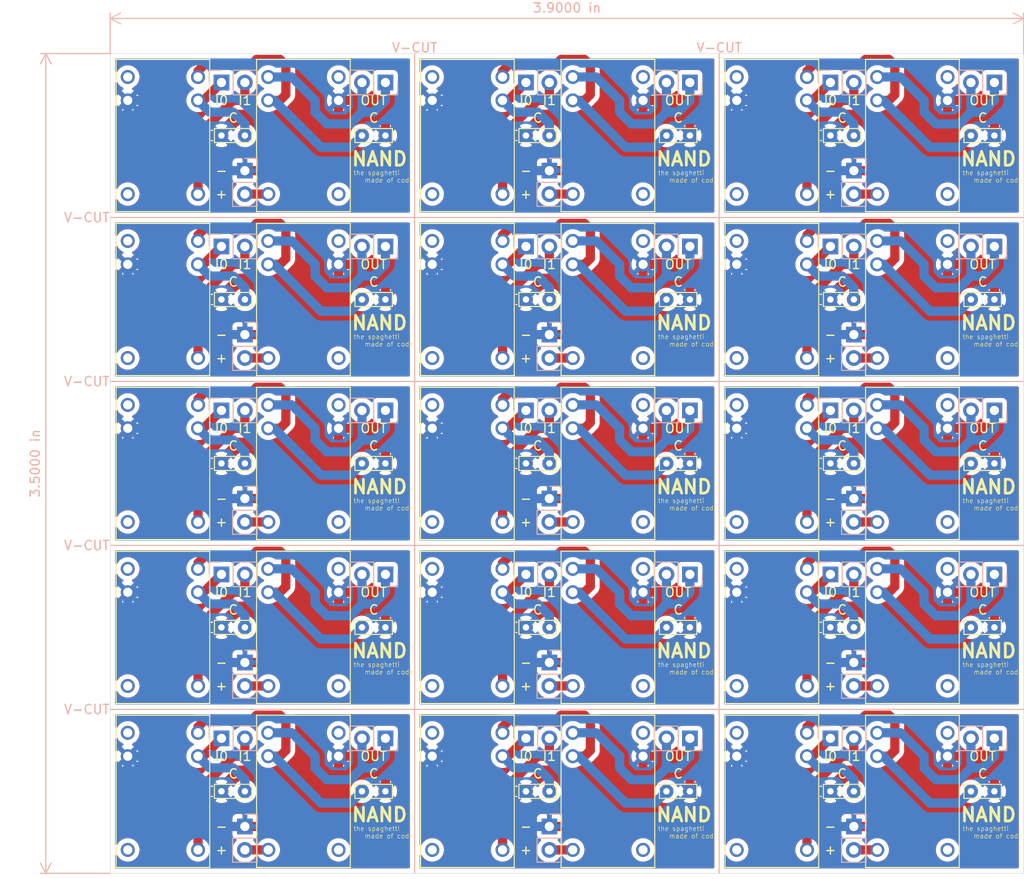
<source format=kicad_pcb>
(kicad_pcb (version 20171130) (host pcbnew "(5.1.6)-1")
  (layers (0 F.Cu signal) (31 B.Cu signal) (34 B.Paste user) (35 F.Paste user) (36 B.SilkS user) (37 F.SilkS user) (38 B.Mask user) (39 F.Mask user) (44 Edge.Cuts user))
  (net 0 "")
  (net 1 "Net-(C1-Pad1)")
  (net 2 "Net-(C2-Pad2)")
  (net 3 "Net-(J1-Pad2)")
  (net 4 "Net-(J3-Pad1)")
  (net 5 "Net-(SPDT1-Pad5)")
  (net 6 "Net-(SPDT1-Pad1)")
  (net 7 "Net-(SPDT2-Pad2)")
  (net 8 "Net-(SPDT2-Pad6)")
  (net 9 GND)
  (net 10 +24V)
  (module MiyakeFootprintLib:946H-1C-24D (layer F.Cu) (at 104.775 114.3)
    (fp_text reference SPDT1)
    (fp_text value 946H-1C-24D)
    (pad 1 thru_hole circle (at -5.08 -5.08) (size 1.524 1.524) (drill 1) (layers *.Cu *.Mask) (net 6 "Net-(SPDT1-Pad1)"))
    (pad 2 thru_hole circle (at 2.54 -5.08) (size 1.524 1.524) (drill 1) (layers *.Cu *.Mask) (net 2 "Net-(C2-Pad2)"))
    (pad 3 thru_hole circle (at 2.54 -2.54) (size 1.524 1.524) (drill 1) (layers *.Cu *.Mask) (net 1 "Net-(C1-Pad1)"))
    (pad 4 thru_hole circle (at -5.08 -2.54) (size 1.524 1.524) (drill 1) (layers *.Cu *.Mask) (net 9 GND))
    (pad 5 thru_hole circle (at -5.08 7.62) (size 1.524 1.524) (drill 1) (layers *.Cu *.Mask) (net 5 "Net-(SPDT1-Pad5)"))
    (pad 6 thru_hole circle (at 2.54 7.62) (size 1.524 1.524) (drill 1) (layers *.Cu *.Mask) (net 3 "Net-(J1-Pad2)"))
  )
  (module MiyakeFootprintLib:946H-1C-24D (layer F.Cu) (at 71.755 114.3)
    (fp_text reference SPDT1)
    (fp_text value 946H-1C-24D)
    (pad 1 thru_hole circle (at -5.08 -5.08) (size 1.524 1.524) (drill 1) (layers *.Cu *.Mask) (net 6 "Net-(SPDT1-Pad1)"))
    (pad 2 thru_hole circle (at 2.54 -5.08) (size 1.524 1.524) (drill 1) (layers *.Cu *.Mask) (net 2 "Net-(C2-Pad2)"))
    (pad 3 thru_hole circle (at 2.54 -2.54) (size 1.524 1.524) (drill 1) (layers *.Cu *.Mask) (net 1 "Net-(C1-Pad1)"))
    (pad 4 thru_hole circle (at -5.08 -2.54) (size 1.524 1.524) (drill 1) (layers *.Cu *.Mask) (net 9 GND))
    (pad 5 thru_hole circle (at -5.08 7.62) (size 1.524 1.524) (drill 1) (layers *.Cu *.Mask) (net 5 "Net-(SPDT1-Pad5)"))
    (pad 6 thru_hole circle (at 2.54 7.62) (size 1.524 1.524) (drill 1) (layers *.Cu *.Mask) (net 3 "Net-(J1-Pad2)"))
  )
  (module MiyakeFootprintLib:946H-1C-24D (layer F.Cu) (at 38.735 114.3)
    (fp_text reference SPDT1)
    (fp_text value 946H-1C-24D)
    (pad 1 thru_hole circle (at -5.08 -5.08) (size 1.524 1.524) (drill 1) (layers *.Cu *.Mask) (net 6 "Net-(SPDT1-Pad1)"))
    (pad 2 thru_hole circle (at 2.54 -5.08) (size 1.524 1.524) (drill 1) (layers *.Cu *.Mask) (net 2 "Net-(C2-Pad2)"))
    (pad 3 thru_hole circle (at 2.54 -2.54) (size 1.524 1.524) (drill 1) (layers *.Cu *.Mask) (net 1 "Net-(C1-Pad1)"))
    (pad 4 thru_hole circle (at -5.08 -2.54) (size 1.524 1.524) (drill 1) (layers *.Cu *.Mask) (net 9 GND))
    (pad 5 thru_hole circle (at -5.08 7.62) (size 1.524 1.524) (drill 1) (layers *.Cu *.Mask) (net 5 "Net-(SPDT1-Pad5)"))
    (pad 6 thru_hole circle (at 2.54 7.62) (size 1.524 1.524) (drill 1) (layers *.Cu *.Mask) (net 3 "Net-(J1-Pad2)"))
  )
  (module MiyakeFootprintLib:946H-1C-24D (layer F.Cu) (at 104.775 96.52)
    (fp_text reference SPDT1)
    (fp_text value 946H-1C-24D)
    (pad 1 thru_hole circle (at -5.08 -5.08) (size 1.524 1.524) (drill 1) (layers *.Cu *.Mask) (net 6 "Net-(SPDT1-Pad1)"))
    (pad 2 thru_hole circle (at 2.54 -5.08) (size 1.524 1.524) (drill 1) (layers *.Cu *.Mask) (net 2 "Net-(C2-Pad2)"))
    (pad 3 thru_hole circle (at 2.54 -2.54) (size 1.524 1.524) (drill 1) (layers *.Cu *.Mask) (net 1 "Net-(C1-Pad1)"))
    (pad 4 thru_hole circle (at -5.08 -2.54) (size 1.524 1.524) (drill 1) (layers *.Cu *.Mask) (net 9 GND))
    (pad 5 thru_hole circle (at -5.08 7.62) (size 1.524 1.524) (drill 1) (layers *.Cu *.Mask) (net 5 "Net-(SPDT1-Pad5)"))
    (pad 6 thru_hole circle (at 2.54 7.62) (size 1.524 1.524) (drill 1) (layers *.Cu *.Mask) (net 3 "Net-(J1-Pad2)"))
  )
  (module MiyakeFootprintLib:946H-1C-24D (layer F.Cu) (at 71.755 96.52)
    (fp_text reference SPDT1)
    (fp_text value 946H-1C-24D)
    (pad 1 thru_hole circle (at -5.08 -5.08) (size 1.524 1.524) (drill 1) (layers *.Cu *.Mask) (net 6 "Net-(SPDT1-Pad1)"))
    (pad 2 thru_hole circle (at 2.54 -5.08) (size 1.524 1.524) (drill 1) (layers *.Cu *.Mask) (net 2 "Net-(C2-Pad2)"))
    (pad 3 thru_hole circle (at 2.54 -2.54) (size 1.524 1.524) (drill 1) (layers *.Cu *.Mask) (net 1 "Net-(C1-Pad1)"))
    (pad 4 thru_hole circle (at -5.08 -2.54) (size 1.524 1.524) (drill 1) (layers *.Cu *.Mask) (net 9 GND))
    (pad 5 thru_hole circle (at -5.08 7.62) (size 1.524 1.524) (drill 1) (layers *.Cu *.Mask) (net 5 "Net-(SPDT1-Pad5)"))
    (pad 6 thru_hole circle (at 2.54 7.62) (size 1.524 1.524) (drill 1) (layers *.Cu *.Mask) (net 3 "Net-(J1-Pad2)"))
  )
  (module MiyakeFootprintLib:946H-1C-24D (layer F.Cu) (at 38.735 96.52)
    (fp_text reference SPDT1)
    (fp_text value 946H-1C-24D)
    (pad 1 thru_hole circle (at -5.08 -5.08) (size 1.524 1.524) (drill 1) (layers *.Cu *.Mask) (net 6 "Net-(SPDT1-Pad1)"))
    (pad 2 thru_hole circle (at 2.54 -5.08) (size 1.524 1.524) (drill 1) (layers *.Cu *.Mask) (net 2 "Net-(C2-Pad2)"))
    (pad 3 thru_hole circle (at 2.54 -2.54) (size 1.524 1.524) (drill 1) (layers *.Cu *.Mask) (net 1 "Net-(C1-Pad1)"))
    (pad 4 thru_hole circle (at -5.08 -2.54) (size 1.524 1.524) (drill 1) (layers *.Cu *.Mask) (net 9 GND))
    (pad 5 thru_hole circle (at -5.08 7.62) (size 1.524 1.524) (drill 1) (layers *.Cu *.Mask) (net 5 "Net-(SPDT1-Pad5)"))
    (pad 6 thru_hole circle (at 2.54 7.62) (size 1.524 1.524) (drill 1) (layers *.Cu *.Mask) (net 3 "Net-(J1-Pad2)"))
  )
  (module MiyakeFootprintLib:946H-1C-24D (layer F.Cu) (at 104.775 78.74)
    (fp_text reference SPDT1)
    (fp_text value 946H-1C-24D)
    (pad 1 thru_hole circle (at -5.08 -5.08) (size 1.524 1.524) (drill 1) (layers *.Cu *.Mask) (net 6 "Net-(SPDT1-Pad1)"))
    (pad 2 thru_hole circle (at 2.54 -5.08) (size 1.524 1.524) (drill 1) (layers *.Cu *.Mask) (net 2 "Net-(C2-Pad2)"))
    (pad 3 thru_hole circle (at 2.54 -2.54) (size 1.524 1.524) (drill 1) (layers *.Cu *.Mask) (net 1 "Net-(C1-Pad1)"))
    (pad 4 thru_hole circle (at -5.08 -2.54) (size 1.524 1.524) (drill 1) (layers *.Cu *.Mask) (net 9 GND))
    (pad 5 thru_hole circle (at -5.08 7.62) (size 1.524 1.524) (drill 1) (layers *.Cu *.Mask) (net 5 "Net-(SPDT1-Pad5)"))
    (pad 6 thru_hole circle (at 2.54 7.62) (size 1.524 1.524) (drill 1) (layers *.Cu *.Mask) (net 3 "Net-(J1-Pad2)"))
  )
  (module MiyakeFootprintLib:946H-1C-24D (layer F.Cu) (at 71.755 78.74)
    (fp_text reference SPDT1)
    (fp_text value 946H-1C-24D)
    (pad 1 thru_hole circle (at -5.08 -5.08) (size 1.524 1.524) (drill 1) (layers *.Cu *.Mask) (net 6 "Net-(SPDT1-Pad1)"))
    (pad 2 thru_hole circle (at 2.54 -5.08) (size 1.524 1.524) (drill 1) (layers *.Cu *.Mask) (net 2 "Net-(C2-Pad2)"))
    (pad 3 thru_hole circle (at 2.54 -2.54) (size 1.524 1.524) (drill 1) (layers *.Cu *.Mask) (net 1 "Net-(C1-Pad1)"))
    (pad 4 thru_hole circle (at -5.08 -2.54) (size 1.524 1.524) (drill 1) (layers *.Cu *.Mask) (net 9 GND))
    (pad 5 thru_hole circle (at -5.08 7.62) (size 1.524 1.524) (drill 1) (layers *.Cu *.Mask) (net 5 "Net-(SPDT1-Pad5)"))
    (pad 6 thru_hole circle (at 2.54 7.62) (size 1.524 1.524) (drill 1) (layers *.Cu *.Mask) (net 3 "Net-(J1-Pad2)"))
  )
  (module MiyakeFootprintLib:946H-1C-24D (layer F.Cu) (at 38.735 78.74)
    (fp_text reference SPDT1)
    (fp_text value 946H-1C-24D)
    (pad 1 thru_hole circle (at -5.08 -5.08) (size 1.524 1.524) (drill 1) (layers *.Cu *.Mask) (net 6 "Net-(SPDT1-Pad1)"))
    (pad 2 thru_hole circle (at 2.54 -5.08) (size 1.524 1.524) (drill 1) (layers *.Cu *.Mask) (net 2 "Net-(C2-Pad2)"))
    (pad 3 thru_hole circle (at 2.54 -2.54) (size 1.524 1.524) (drill 1) (layers *.Cu *.Mask) (net 1 "Net-(C1-Pad1)"))
    (pad 4 thru_hole circle (at -5.08 -2.54) (size 1.524 1.524) (drill 1) (layers *.Cu *.Mask) (net 9 GND))
    (pad 5 thru_hole circle (at -5.08 7.62) (size 1.524 1.524) (drill 1) (layers *.Cu *.Mask) (net 5 "Net-(SPDT1-Pad5)"))
    (pad 6 thru_hole circle (at 2.54 7.62) (size 1.524 1.524) (drill 1) (layers *.Cu *.Mask) (net 3 "Net-(J1-Pad2)"))
  )
  (module MiyakeFootprintLib:946H-1C-24D (layer F.Cu) (at 104.775 60.96)
    (fp_text reference SPDT1)
    (fp_text value 946H-1C-24D)
    (pad 1 thru_hole circle (at -5.08 -5.08) (size 1.524 1.524) (drill 1) (layers *.Cu *.Mask) (net 6 "Net-(SPDT1-Pad1)"))
    (pad 2 thru_hole circle (at 2.54 -5.08) (size 1.524 1.524) (drill 1) (layers *.Cu *.Mask) (net 2 "Net-(C2-Pad2)"))
    (pad 3 thru_hole circle (at 2.54 -2.54) (size 1.524 1.524) (drill 1) (layers *.Cu *.Mask) (net 1 "Net-(C1-Pad1)"))
    (pad 4 thru_hole circle (at -5.08 -2.54) (size 1.524 1.524) (drill 1) (layers *.Cu *.Mask) (net 9 GND))
    (pad 5 thru_hole circle (at -5.08 7.62) (size 1.524 1.524) (drill 1) (layers *.Cu *.Mask) (net 5 "Net-(SPDT1-Pad5)"))
    (pad 6 thru_hole circle (at 2.54 7.62) (size 1.524 1.524) (drill 1) (layers *.Cu *.Mask) (net 3 "Net-(J1-Pad2)"))
  )
  (module MiyakeFootprintLib:946H-1C-24D (layer F.Cu) (at 71.755 60.96)
    (fp_text reference SPDT1)
    (fp_text value 946H-1C-24D)
    (pad 1 thru_hole circle (at -5.08 -5.08) (size 1.524 1.524) (drill 1) (layers *.Cu *.Mask) (net 6 "Net-(SPDT1-Pad1)"))
    (pad 2 thru_hole circle (at 2.54 -5.08) (size 1.524 1.524) (drill 1) (layers *.Cu *.Mask) (net 2 "Net-(C2-Pad2)"))
    (pad 3 thru_hole circle (at 2.54 -2.54) (size 1.524 1.524) (drill 1) (layers *.Cu *.Mask) (net 1 "Net-(C1-Pad1)"))
    (pad 4 thru_hole circle (at -5.08 -2.54) (size 1.524 1.524) (drill 1) (layers *.Cu *.Mask) (net 9 GND))
    (pad 5 thru_hole circle (at -5.08 7.62) (size 1.524 1.524) (drill 1) (layers *.Cu *.Mask) (net 5 "Net-(SPDT1-Pad5)"))
    (pad 6 thru_hole circle (at 2.54 7.62) (size 1.524 1.524) (drill 1) (layers *.Cu *.Mask) (net 3 "Net-(J1-Pad2)"))
  )
  (module MiyakeFootprintLib:946H-1C-24D (layer F.Cu) (at 38.735 60.96)
    (fp_text reference SPDT1)
    (fp_text value 946H-1C-24D)
    (pad 1 thru_hole circle (at -5.08 -5.08) (size 1.524 1.524) (drill 1) (layers *.Cu *.Mask) (net 6 "Net-(SPDT1-Pad1)"))
    (pad 2 thru_hole circle (at 2.54 -5.08) (size 1.524 1.524) (drill 1) (layers *.Cu *.Mask) (net 2 "Net-(C2-Pad2)"))
    (pad 3 thru_hole circle (at 2.54 -2.54) (size 1.524 1.524) (drill 1) (layers *.Cu *.Mask) (net 1 "Net-(C1-Pad1)"))
    (pad 4 thru_hole circle (at -5.08 -2.54) (size 1.524 1.524) (drill 1) (layers *.Cu *.Mask) (net 9 GND))
    (pad 5 thru_hole circle (at -5.08 7.62) (size 1.524 1.524) (drill 1) (layers *.Cu *.Mask) (net 5 "Net-(SPDT1-Pad5)"))
    (pad 6 thru_hole circle (at 2.54 7.62) (size 1.524 1.524) (drill 1) (layers *.Cu *.Mask) (net 3 "Net-(J1-Pad2)"))
  )
  (module MiyakeFootprintLib:946H-1C-24D (layer F.Cu) (at 104.775 43.18)
    (fp_text reference SPDT1)
    (fp_text value 946H-1C-24D)
    (pad 1 thru_hole circle (at -5.08 -5.08) (size 1.524 1.524) (drill 1) (layers *.Cu *.Mask) (net 6 "Net-(SPDT1-Pad1)"))
    (pad 2 thru_hole circle (at 2.54 -5.08) (size 1.524 1.524) (drill 1) (layers *.Cu *.Mask) (net 2 "Net-(C2-Pad2)"))
    (pad 3 thru_hole circle (at 2.54 -2.54) (size 1.524 1.524) (drill 1) (layers *.Cu *.Mask) (net 1 "Net-(C1-Pad1)"))
    (pad 4 thru_hole circle (at -5.08 -2.54) (size 1.524 1.524) (drill 1) (layers *.Cu *.Mask) (net 9 GND))
    (pad 5 thru_hole circle (at -5.08 7.62) (size 1.524 1.524) (drill 1) (layers *.Cu *.Mask) (net 5 "Net-(SPDT1-Pad5)"))
    (pad 6 thru_hole circle (at 2.54 7.62) (size 1.524 1.524) (drill 1) (layers *.Cu *.Mask) (net 3 "Net-(J1-Pad2)"))
  )
  (module MiyakeFootprintLib:946H-1C-24D (layer F.Cu) (at 71.755 43.18)
    (fp_text reference SPDT1)
    (fp_text value 946H-1C-24D)
    (pad 1 thru_hole circle (at -5.08 -5.08) (size 1.524 1.524) (drill 1) (layers *.Cu *.Mask) (net 6 "Net-(SPDT1-Pad1)"))
    (pad 2 thru_hole circle (at 2.54 -5.08) (size 1.524 1.524) (drill 1) (layers *.Cu *.Mask) (net 2 "Net-(C2-Pad2)"))
    (pad 3 thru_hole circle (at 2.54 -2.54) (size 1.524 1.524) (drill 1) (layers *.Cu *.Mask) (net 1 "Net-(C1-Pad1)"))
    (pad 4 thru_hole circle (at -5.08 -2.54) (size 1.524 1.524) (drill 1) (layers *.Cu *.Mask) (net 9 GND))
    (pad 5 thru_hole circle (at -5.08 7.62) (size 1.524 1.524) (drill 1) (layers *.Cu *.Mask) (net 5 "Net-(SPDT1-Pad5)"))
    (pad 6 thru_hole circle (at 2.54 7.62) (size 1.524 1.524) (drill 1) (layers *.Cu *.Mask) (net 3 "Net-(J1-Pad2)"))
  )
  (module Connector_PinHeader_2.54mm:PinHeader_1x02_P2.54mm_Vertical (layer B.Cu) (at 127.635 109.82 90)
    (fp_text reference J3)
    (fp_text value Conn_01x02)
    (pad 1 thru_hole rect (at 0 0 90) (size 1.7 1.7) (drill 1) (layers *.Cu *.Mask) (net 4 "Net-(J3-Pad1)"))
    (pad 2 thru_hole oval (at 0 -2.54 90) (size 1.7 1.7) (drill 1) (layers *.Cu *.Mask) (net 4 "Net-(J3-Pad1)"))
  )
  (module Connector_PinHeader_2.54mm:PinHeader_1x02_P2.54mm_Vertical (layer B.Cu) (at 94.615 109.82 90)
    (fp_text reference J3)
    (fp_text value Conn_01x02)
    (pad 1 thru_hole rect (at 0 0 90) (size 1.7 1.7) (drill 1) (layers *.Cu *.Mask) (net 4 "Net-(J3-Pad1)"))
    (pad 2 thru_hole oval (at 0 -2.54 90) (size 1.7 1.7) (drill 1) (layers *.Cu *.Mask) (net 4 "Net-(J3-Pad1)"))
  )
  (module Connector_PinHeader_2.54mm:PinHeader_1x02_P2.54mm_Vertical (layer B.Cu) (at 61.595 109.82 90)
    (fp_text reference J3)
    (fp_text value Conn_01x02)
    (pad 1 thru_hole rect (at 0 0 90) (size 1.7 1.7) (drill 1) (layers *.Cu *.Mask) (net 4 "Net-(J3-Pad1)"))
    (pad 2 thru_hole oval (at 0 -2.54 90) (size 1.7 1.7) (drill 1) (layers *.Cu *.Mask) (net 4 "Net-(J3-Pad1)"))
  )
  (module Connector_PinHeader_2.54mm:PinHeader_1x02_P2.54mm_Vertical (layer B.Cu) (at 127.635 92.04 90)
    (fp_text reference J3)
    (fp_text value Conn_01x02)
    (pad 1 thru_hole rect (at 0 0 90) (size 1.7 1.7) (drill 1) (layers *.Cu *.Mask) (net 4 "Net-(J3-Pad1)"))
    (pad 2 thru_hole oval (at 0 -2.54 90) (size 1.7 1.7) (drill 1) (layers *.Cu *.Mask) (net 4 "Net-(J3-Pad1)"))
  )
  (module Connector_PinHeader_2.54mm:PinHeader_1x02_P2.54mm_Vertical (layer B.Cu) (at 94.615 92.04 90)
    (fp_text reference J3)
    (fp_text value Conn_01x02)
    (pad 1 thru_hole rect (at 0 0 90) (size 1.7 1.7) (drill 1) (layers *.Cu *.Mask) (net 4 "Net-(J3-Pad1)"))
    (pad 2 thru_hole oval (at 0 -2.54 90) (size 1.7 1.7) (drill 1) (layers *.Cu *.Mask) (net 4 "Net-(J3-Pad1)"))
  )
  (module Connector_PinHeader_2.54mm:PinHeader_1x02_P2.54mm_Vertical (layer B.Cu) (at 61.595 92.04 90)
    (fp_text reference J3)
    (fp_text value Conn_01x02)
    (pad 1 thru_hole rect (at 0 0 90) (size 1.7 1.7) (drill 1) (layers *.Cu *.Mask) (net 4 "Net-(J3-Pad1)"))
    (pad 2 thru_hole oval (at 0 -2.54 90) (size 1.7 1.7) (drill 1) (layers *.Cu *.Mask) (net 4 "Net-(J3-Pad1)"))
  )
  (module Connector_PinHeader_2.54mm:PinHeader_1x02_P2.54mm_Vertical (layer B.Cu) (at 127.635 74.26 90)
    (fp_text reference J3)
    (fp_text value Conn_01x02)
    (pad 1 thru_hole rect (at 0 0 90) (size 1.7 1.7) (drill 1) (layers *.Cu *.Mask) (net 4 "Net-(J3-Pad1)"))
    (pad 2 thru_hole oval (at 0 -2.54 90) (size 1.7 1.7) (drill 1) (layers *.Cu *.Mask) (net 4 "Net-(J3-Pad1)"))
  )
  (module Connector_PinHeader_2.54mm:PinHeader_1x02_P2.54mm_Vertical (layer B.Cu) (at 94.615 74.26 90)
    (fp_text reference J3)
    (fp_text value Conn_01x02)
    (pad 1 thru_hole rect (at 0 0 90) (size 1.7 1.7) (drill 1) (layers *.Cu *.Mask) (net 4 "Net-(J3-Pad1)"))
    (pad 2 thru_hole oval (at 0 -2.54 90) (size 1.7 1.7) (drill 1) (layers *.Cu *.Mask) (net 4 "Net-(J3-Pad1)"))
  )
  (module Connector_PinHeader_2.54mm:PinHeader_1x02_P2.54mm_Vertical (layer B.Cu) (at 61.595 74.26 90)
    (fp_text reference J3)
    (fp_text value Conn_01x02)
    (pad 1 thru_hole rect (at 0 0 90) (size 1.7 1.7) (drill 1) (layers *.Cu *.Mask) (net 4 "Net-(J3-Pad1)"))
    (pad 2 thru_hole oval (at 0 -2.54 90) (size 1.7 1.7) (drill 1) (layers *.Cu *.Mask) (net 4 "Net-(J3-Pad1)"))
  )
  (module Connector_PinHeader_2.54mm:PinHeader_1x02_P2.54mm_Vertical (layer B.Cu) (at 127.635 56.48 90)
    (fp_text reference J3)
    (fp_text value Conn_01x02)
    (pad 1 thru_hole rect (at 0 0 90) (size 1.7 1.7) (drill 1) (layers *.Cu *.Mask) (net 4 "Net-(J3-Pad1)"))
    (pad 2 thru_hole oval (at 0 -2.54 90) (size 1.7 1.7) (drill 1) (layers *.Cu *.Mask) (net 4 "Net-(J3-Pad1)"))
  )
  (module Connector_PinHeader_2.54mm:PinHeader_1x02_P2.54mm_Vertical (layer B.Cu) (at 94.615 56.48 90)
    (fp_text reference J3)
    (fp_text value Conn_01x02)
    (pad 1 thru_hole rect (at 0 0 90) (size 1.7 1.7) (drill 1) (layers *.Cu *.Mask) (net 4 "Net-(J3-Pad1)"))
    (pad 2 thru_hole oval (at 0 -2.54 90) (size 1.7 1.7) (drill 1) (layers *.Cu *.Mask) (net 4 "Net-(J3-Pad1)"))
  )
  (module Connector_PinHeader_2.54mm:PinHeader_1x02_P2.54mm_Vertical (layer B.Cu) (at 61.595 56.48 90)
    (fp_text reference J3)
    (fp_text value Conn_01x02)
    (pad 1 thru_hole rect (at 0 0 90) (size 1.7 1.7) (drill 1) (layers *.Cu *.Mask) (net 4 "Net-(J3-Pad1)"))
    (pad 2 thru_hole oval (at 0 -2.54 90) (size 1.7 1.7) (drill 1) (layers *.Cu *.Mask) (net 4 "Net-(J3-Pad1)"))
  )
  (module Connector_PinHeader_2.54mm:PinHeader_1x02_P2.54mm_Vertical (layer B.Cu) (at 127.635 38.7 90)
    (fp_text reference J3)
    (fp_text value Conn_01x02)
    (pad 1 thru_hole rect (at 0 0 90) (size 1.7 1.7) (drill 1) (layers *.Cu *.Mask) (net 4 "Net-(J3-Pad1)"))
    (pad 2 thru_hole oval (at 0 -2.54 90) (size 1.7 1.7) (drill 1) (layers *.Cu *.Mask) (net 4 "Net-(J3-Pad1)"))
  )
  (module Connector_PinHeader_2.54mm:PinHeader_1x02_P2.54mm_Vertical (layer B.Cu) (at 94.615 38.7 90)
    (fp_text reference J3)
    (fp_text value Conn_01x02)
    (pad 1 thru_hole rect (at 0 0 90) (size 1.7 1.7) (drill 1) (layers *.Cu *.Mask) (net 4 "Net-(J3-Pad1)"))
    (pad 2 thru_hole oval (at 0 -2.54 90) (size 1.7 1.7) (drill 1) (layers *.Cu *.Mask) (net 4 "Net-(J3-Pad1)"))
  )
  (module MiyakeFootprintLib:Condensor (layer F.Cu) (at 127.635 115.57 180)
    (fp_text reference C2)
    (fp_text value C)
    (pad 2 thru_hole circle (at 2.54 0 180) (size 1.524 1.524) (drill 0.7) (layers *.Cu *.Mask) (net 2 "Net-(C2-Pad2)"))
    (pad 1 thru_hole circle (at 0 0 180) (size 1.524 1.524) (drill 0.7) (layers *.Cu *.Mask) (net 9 GND))
  )
  (module MiyakeFootprintLib:Condensor (layer F.Cu) (at 94.615 115.57 180)
    (fp_text reference C2)
    (fp_text value C)
    (pad 2 thru_hole circle (at 2.54 0 180) (size 1.524 1.524) (drill 0.7) (layers *.Cu *.Mask) (net 2 "Net-(C2-Pad2)"))
    (pad 1 thru_hole circle (at 0 0 180) (size 1.524 1.524) (drill 0.7) (layers *.Cu *.Mask) (net 9 GND))
  )
  (module MiyakeFootprintLib:Condensor (layer F.Cu) (at 61.595 115.57 180)
    (fp_text reference C2)
    (fp_text value C)
    (pad 2 thru_hole circle (at 2.54 0 180) (size 1.524 1.524) (drill 0.7) (layers *.Cu *.Mask) (net 2 "Net-(C2-Pad2)"))
    (pad 1 thru_hole circle (at 0 0 180) (size 1.524 1.524) (drill 0.7) (layers *.Cu *.Mask) (net 9 GND))
  )
  (module MiyakeFootprintLib:Condensor (layer F.Cu) (at 127.635 97.79 180)
    (fp_text reference C2)
    (fp_text value C)
    (pad 2 thru_hole circle (at 2.54 0 180) (size 1.524 1.524) (drill 0.7) (layers *.Cu *.Mask) (net 2 "Net-(C2-Pad2)"))
    (pad 1 thru_hole circle (at 0 0 180) (size 1.524 1.524) (drill 0.7) (layers *.Cu *.Mask) (net 9 GND))
  )
  (module MiyakeFootprintLib:Condensor (layer F.Cu) (at 94.615 97.79 180)
    (fp_text reference C2)
    (fp_text value C)
    (pad 2 thru_hole circle (at 2.54 0 180) (size 1.524 1.524) (drill 0.7) (layers *.Cu *.Mask) (net 2 "Net-(C2-Pad2)"))
    (pad 1 thru_hole circle (at 0 0 180) (size 1.524 1.524) (drill 0.7) (layers *.Cu *.Mask) (net 9 GND))
  )
  (module MiyakeFootprintLib:Condensor (layer F.Cu) (at 61.595 97.79 180)
    (fp_text reference C2)
    (fp_text value C)
    (pad 2 thru_hole circle (at 2.54 0 180) (size 1.524 1.524) (drill 0.7) (layers *.Cu *.Mask) (net 2 "Net-(C2-Pad2)"))
    (pad 1 thru_hole circle (at 0 0 180) (size 1.524 1.524) (drill 0.7) (layers *.Cu *.Mask) (net 9 GND))
  )
  (module MiyakeFootprintLib:Condensor (layer F.Cu) (at 127.635 80.01 180)
    (fp_text reference C2)
    (fp_text value C)
    (pad 2 thru_hole circle (at 2.54 0 180) (size 1.524 1.524) (drill 0.7) (layers *.Cu *.Mask) (net 2 "Net-(C2-Pad2)"))
    (pad 1 thru_hole circle (at 0 0 180) (size 1.524 1.524) (drill 0.7) (layers *.Cu *.Mask) (net 9 GND))
  )
  (module MiyakeFootprintLib:Condensor (layer F.Cu) (at 94.615 80.01 180)
    (fp_text reference C2)
    (fp_text value C)
    (pad 2 thru_hole circle (at 2.54 0 180) (size 1.524 1.524) (drill 0.7) (layers *.Cu *.Mask) (net 2 "Net-(C2-Pad2)"))
    (pad 1 thru_hole circle (at 0 0 180) (size 1.524 1.524) (drill 0.7) (layers *.Cu *.Mask) (net 9 GND))
  )
  (module MiyakeFootprintLib:Condensor (layer F.Cu) (at 61.595 80.01 180)
    (fp_text reference C2)
    (fp_text value C)
    (pad 2 thru_hole circle (at 2.54 0 180) (size 1.524 1.524) (drill 0.7) (layers *.Cu *.Mask) (net 2 "Net-(C2-Pad2)"))
    (pad 1 thru_hole circle (at 0 0 180) (size 1.524 1.524) (drill 0.7) (layers *.Cu *.Mask) (net 9 GND))
  )
  (module MiyakeFootprintLib:Condensor (layer F.Cu) (at 127.635 62.23 180)
    (fp_text reference C2)
    (fp_text value C)
    (pad 2 thru_hole circle (at 2.54 0 180) (size 1.524 1.524) (drill 0.7) (layers *.Cu *.Mask) (net 2 "Net-(C2-Pad2)"))
    (pad 1 thru_hole circle (at 0 0 180) (size 1.524 1.524) (drill 0.7) (layers *.Cu *.Mask) (net 9 GND))
  )
  (module MiyakeFootprintLib:Condensor (layer F.Cu) (at 94.615 62.23 180)
    (fp_text reference C2)
    (fp_text value C)
    (pad 2 thru_hole circle (at 2.54 0 180) (size 1.524 1.524) (drill 0.7) (layers *.Cu *.Mask) (net 2 "Net-(C2-Pad2)"))
    (pad 1 thru_hole circle (at 0 0 180) (size 1.524 1.524) (drill 0.7) (layers *.Cu *.Mask) (net 9 GND))
  )
  (module MiyakeFootprintLib:Condensor (layer F.Cu) (at 61.595 62.23 180)
    (fp_text reference C2)
    (fp_text value C)
    (pad 2 thru_hole circle (at 2.54 0 180) (size 1.524 1.524) (drill 0.7) (layers *.Cu *.Mask) (net 2 "Net-(C2-Pad2)"))
    (pad 1 thru_hole circle (at 0 0 180) (size 1.524 1.524) (drill 0.7) (layers *.Cu *.Mask) (net 9 GND))
  )
  (module MiyakeFootprintLib:Condensor (layer F.Cu) (at 127.635 44.45 180)
    (fp_text reference C2)
    (fp_text value C)
    (pad 2 thru_hole circle (at 2.54 0 180) (size 1.524 1.524) (drill 0.7) (layers *.Cu *.Mask) (net 2 "Net-(C2-Pad2)"))
    (pad 1 thru_hole circle (at 0 0 180) (size 1.524 1.524) (drill 0.7) (layers *.Cu *.Mask) (net 9 GND))
  )
  (module MiyakeFootprintLib:Condensor (layer F.Cu) (at 94.615 44.45 180)
    (fp_text reference C2)
    (fp_text value C)
    (pad 2 thru_hole circle (at 2.54 0 180) (size 1.524 1.524) (drill 0.7) (layers *.Cu *.Mask) (net 2 "Net-(C2-Pad2)"))
    (pad 1 thru_hole circle (at 0 0 180) (size 1.524 1.524) (drill 0.7) (layers *.Cu *.Mask) (net 9 GND))
  )
  (module Connector_PinHeader_2.54mm:PinHeader_1x02_P2.54mm_Vertical (layer B.Cu) (at 112.395 119.38 180)
    (fp_text reference J2)
    (fp_text value Conn_01x02)
    (pad 2 thru_hole oval (at 0 -2.54 180) (size 1.7 1.7) (drill 1) (layers *.Cu *.Mask) (net 10 +24V))
    (pad 1 thru_hole rect (at 0 0 180) (size 1.7 1.7) (drill 1) (layers *.Cu *.Mask) (net 9 GND))
  )
  (module Connector_PinHeader_2.54mm:PinHeader_1x02_P2.54mm_Vertical (layer B.Cu) (at 79.375 119.38 180)
    (fp_text reference J2)
    (fp_text value Conn_01x02)
    (pad 2 thru_hole oval (at 0 -2.54 180) (size 1.7 1.7) (drill 1) (layers *.Cu *.Mask) (net 10 +24V))
    (pad 1 thru_hole rect (at 0 0 180) (size 1.7 1.7) (drill 1) (layers *.Cu *.Mask) (net 9 GND))
  )
  (module Connector_PinHeader_2.54mm:PinHeader_1x02_P2.54mm_Vertical (layer B.Cu) (at 46.355 119.38 180)
    (fp_text reference J2)
    (fp_text value Conn_01x02)
    (pad 2 thru_hole oval (at 0 -2.54 180) (size 1.7 1.7) (drill 1) (layers *.Cu *.Mask) (net 10 +24V))
    (pad 1 thru_hole rect (at 0 0 180) (size 1.7 1.7) (drill 1) (layers *.Cu *.Mask) (net 9 GND))
  )
  (module Connector_PinHeader_2.54mm:PinHeader_1x02_P2.54mm_Vertical (layer B.Cu) (at 112.395 101.6 180)
    (fp_text reference J2)
    (fp_text value Conn_01x02)
    (pad 2 thru_hole oval (at 0 -2.54 180) (size 1.7 1.7) (drill 1) (layers *.Cu *.Mask) (net 10 +24V))
    (pad 1 thru_hole rect (at 0 0 180) (size 1.7 1.7) (drill 1) (layers *.Cu *.Mask) (net 9 GND))
  )
  (module Connector_PinHeader_2.54mm:PinHeader_1x02_P2.54mm_Vertical (layer B.Cu) (at 79.375 101.6 180)
    (fp_text reference J2)
    (fp_text value Conn_01x02)
    (pad 2 thru_hole oval (at 0 -2.54 180) (size 1.7 1.7) (drill 1) (layers *.Cu *.Mask) (net 10 +24V))
    (pad 1 thru_hole rect (at 0 0 180) (size 1.7 1.7) (drill 1) (layers *.Cu *.Mask) (net 9 GND))
  )
  (module Connector_PinHeader_2.54mm:PinHeader_1x02_P2.54mm_Vertical (layer B.Cu) (at 46.355 101.6 180)
    (fp_text reference J2)
    (fp_text value Conn_01x02)
    (pad 2 thru_hole oval (at 0 -2.54 180) (size 1.7 1.7) (drill 1) (layers *.Cu *.Mask) (net 10 +24V))
    (pad 1 thru_hole rect (at 0 0 180) (size 1.7 1.7) (drill 1) (layers *.Cu *.Mask) (net 9 GND))
  )
  (module Connector_PinHeader_2.54mm:PinHeader_1x02_P2.54mm_Vertical (layer B.Cu) (at 112.395 83.82 180)
    (fp_text reference J2)
    (fp_text value Conn_01x02)
    (pad 2 thru_hole oval (at 0 -2.54 180) (size 1.7 1.7) (drill 1) (layers *.Cu *.Mask) (net 10 +24V))
    (pad 1 thru_hole rect (at 0 0 180) (size 1.7 1.7) (drill 1) (layers *.Cu *.Mask) (net 9 GND))
  )
  (module Connector_PinHeader_2.54mm:PinHeader_1x02_P2.54mm_Vertical (layer B.Cu) (at 79.375 83.82 180)
    (fp_text reference J2)
    (fp_text value Conn_01x02)
    (pad 2 thru_hole oval (at 0 -2.54 180) (size 1.7 1.7) (drill 1) (layers *.Cu *.Mask) (net 10 +24V))
    (pad 1 thru_hole rect (at 0 0 180) (size 1.7 1.7) (drill 1) (layers *.Cu *.Mask) (net 9 GND))
  )
  (module Connector_PinHeader_2.54mm:PinHeader_1x02_P2.54mm_Vertical (layer B.Cu) (at 46.355 83.82 180)
    (fp_text reference J2)
    (fp_text value Conn_01x02)
    (pad 2 thru_hole oval (at 0 -2.54 180) (size 1.7 1.7) (drill 1) (layers *.Cu *.Mask) (net 10 +24V))
    (pad 1 thru_hole rect (at 0 0 180) (size 1.7 1.7) (drill 1) (layers *.Cu *.Mask) (net 9 GND))
  )
  (module Connector_PinHeader_2.54mm:PinHeader_1x02_P2.54mm_Vertical (layer B.Cu) (at 112.395 66.04 180)
    (fp_text reference J2)
    (fp_text value Conn_01x02)
    (pad 2 thru_hole oval (at 0 -2.54 180) (size 1.7 1.7) (drill 1) (layers *.Cu *.Mask) (net 10 +24V))
    (pad 1 thru_hole rect (at 0 0 180) (size 1.7 1.7) (drill 1) (layers *.Cu *.Mask) (net 9 GND))
  )
  (module Connector_PinHeader_2.54mm:PinHeader_1x02_P2.54mm_Vertical (layer B.Cu) (at 79.375 66.04 180)
    (fp_text reference J2)
    (fp_text value Conn_01x02)
    (pad 2 thru_hole oval (at 0 -2.54 180) (size 1.7 1.7) (drill 1) (layers *.Cu *.Mask) (net 10 +24V))
    (pad 1 thru_hole rect (at 0 0 180) (size 1.7 1.7) (drill 1) (layers *.Cu *.Mask) (net 9 GND))
  )
  (module Connector_PinHeader_2.54mm:PinHeader_1x02_P2.54mm_Vertical (layer B.Cu) (at 46.355 66.04 180)
    (fp_text reference J2)
    (fp_text value Conn_01x02)
    (pad 2 thru_hole oval (at 0 -2.54 180) (size 1.7 1.7) (drill 1) (layers *.Cu *.Mask) (net 10 +24V))
    (pad 1 thru_hole rect (at 0 0 180) (size 1.7 1.7) (drill 1) (layers *.Cu *.Mask) (net 9 GND))
  )
  (module Connector_PinHeader_2.54mm:PinHeader_1x02_P2.54mm_Vertical (layer B.Cu) (at 112.395 48.26 180)
    (fp_text reference J2)
    (fp_text value Conn_01x02)
    (pad 2 thru_hole oval (at 0 -2.54 180) (size 1.7 1.7) (drill 1) (layers *.Cu *.Mask) (net 10 +24V))
    (pad 1 thru_hole rect (at 0 0 180) (size 1.7 1.7) (drill 1) (layers *.Cu *.Mask) (net 9 GND))
  )
  (module Connector_PinHeader_2.54mm:PinHeader_1x02_P2.54mm_Vertical (layer B.Cu) (at 79.375 48.26 180)
    (fp_text reference J2)
    (fp_text value Conn_01x02)
    (pad 2 thru_hole oval (at 0 -2.54 180) (size 1.7 1.7) (drill 1) (layers *.Cu *.Mask) (net 10 +24V))
    (pad 1 thru_hole rect (at 0 0 180) (size 1.7 1.7) (drill 1) (layers *.Cu *.Mask) (net 9 GND))
  )
  (module Connector_PinHeader_2.54mm:PinHeader_1x02_P2.54mm_Vertical (layer B.Cu) (at 109.855 109.82 270)
    (fp_text reference J1)
    (fp_text value Conn_01x02)
    (pad 2 thru_hole oval (at 0 -2.54 270) (size 1.7 1.7) (drill 1) (layers *.Cu *.Mask) (net 3 "Net-(J1-Pad2)"))
    (pad 1 thru_hole rect (at 0 0 270) (size 1.7 1.7) (drill 1) (layers *.Cu *.Mask) (net 1 "Net-(C1-Pad1)"))
  )
  (module Connector_PinHeader_2.54mm:PinHeader_1x02_P2.54mm_Vertical (layer B.Cu) (at 76.835 109.82 270)
    (fp_text reference J1)
    (fp_text value Conn_01x02)
    (pad 2 thru_hole oval (at 0 -2.54 270) (size 1.7 1.7) (drill 1) (layers *.Cu *.Mask) (net 3 "Net-(J1-Pad2)"))
    (pad 1 thru_hole rect (at 0 0 270) (size 1.7 1.7) (drill 1) (layers *.Cu *.Mask) (net 1 "Net-(C1-Pad1)"))
  )
  (module Connector_PinHeader_2.54mm:PinHeader_1x02_P2.54mm_Vertical (layer B.Cu) (at 43.815 109.82 270)
    (fp_text reference J1)
    (fp_text value Conn_01x02)
    (pad 2 thru_hole oval (at 0 -2.54 270) (size 1.7 1.7) (drill 1) (layers *.Cu *.Mask) (net 3 "Net-(J1-Pad2)"))
    (pad 1 thru_hole rect (at 0 0 270) (size 1.7 1.7) (drill 1) (layers *.Cu *.Mask) (net 1 "Net-(C1-Pad1)"))
  )
  (module Connector_PinHeader_2.54mm:PinHeader_1x02_P2.54mm_Vertical (layer B.Cu) (at 109.855 92.04 270)
    (fp_text reference J1)
    (fp_text value Conn_01x02)
    (pad 2 thru_hole oval (at 0 -2.54 270) (size 1.7 1.7) (drill 1) (layers *.Cu *.Mask) (net 3 "Net-(J1-Pad2)"))
    (pad 1 thru_hole rect (at 0 0 270) (size 1.7 1.7) (drill 1) (layers *.Cu *.Mask) (net 1 "Net-(C1-Pad1)"))
  )
  (module Connector_PinHeader_2.54mm:PinHeader_1x02_P2.54mm_Vertical (layer B.Cu) (at 76.835 92.04 270)
    (fp_text reference J1)
    (fp_text value Conn_01x02)
    (pad 2 thru_hole oval (at 0 -2.54 270) (size 1.7 1.7) (drill 1) (layers *.Cu *.Mask) (net 3 "Net-(J1-Pad2)"))
    (pad 1 thru_hole rect (at 0 0 270) (size 1.7 1.7) (drill 1) (layers *.Cu *.Mask) (net 1 "Net-(C1-Pad1)"))
  )
  (module Connector_PinHeader_2.54mm:PinHeader_1x02_P2.54mm_Vertical (layer B.Cu) (at 43.815 92.04 270)
    (fp_text reference J1)
    (fp_text value Conn_01x02)
    (pad 2 thru_hole oval (at 0 -2.54 270) (size 1.7 1.7) (drill 1) (layers *.Cu *.Mask) (net 3 "Net-(J1-Pad2)"))
    (pad 1 thru_hole rect (at 0 0 270) (size 1.7 1.7) (drill 1) (layers *.Cu *.Mask) (net 1 "Net-(C1-Pad1)"))
  )
  (module Connector_PinHeader_2.54mm:PinHeader_1x02_P2.54mm_Vertical (layer B.Cu) (at 109.855 74.26 270)
    (fp_text reference J1)
    (fp_text value Conn_01x02)
    (pad 2 thru_hole oval (at 0 -2.54 270) (size 1.7 1.7) (drill 1) (layers *.Cu *.Mask) (net 3 "Net-(J1-Pad2)"))
    (pad 1 thru_hole rect (at 0 0 270) (size 1.7 1.7) (drill 1) (layers *.Cu *.Mask) (net 1 "Net-(C1-Pad1)"))
  )
  (module Connector_PinHeader_2.54mm:PinHeader_1x02_P2.54mm_Vertical (layer B.Cu) (at 76.835 74.26 270)
    (fp_text reference J1)
    (fp_text value Conn_01x02)
    (pad 2 thru_hole oval (at 0 -2.54 270) (size 1.7 1.7) (drill 1) (layers *.Cu *.Mask) (net 3 "Net-(J1-Pad2)"))
    (pad 1 thru_hole rect (at 0 0 270) (size 1.7 1.7) (drill 1) (layers *.Cu *.Mask) (net 1 "Net-(C1-Pad1)"))
  )
  (module Connector_PinHeader_2.54mm:PinHeader_1x02_P2.54mm_Vertical (layer B.Cu) (at 43.815 74.26 270)
    (fp_text reference J1)
    (fp_text value Conn_01x02)
    (pad 2 thru_hole oval (at 0 -2.54 270) (size 1.7 1.7) (drill 1) (layers *.Cu *.Mask) (net 3 "Net-(J1-Pad2)"))
    (pad 1 thru_hole rect (at 0 0 270) (size 1.7 1.7) (drill 1) (layers *.Cu *.Mask) (net 1 "Net-(C1-Pad1)"))
  )
  (module Connector_PinHeader_2.54mm:PinHeader_1x02_P2.54mm_Vertical (layer B.Cu) (at 109.855 56.48 270)
    (fp_text reference J1)
    (fp_text value Conn_01x02)
    (pad 2 thru_hole oval (at 0 -2.54 270) (size 1.7 1.7) (drill 1) (layers *.Cu *.Mask) (net 3 "Net-(J1-Pad2)"))
    (pad 1 thru_hole rect (at 0 0 270) (size 1.7 1.7) (drill 1) (layers *.Cu *.Mask) (net 1 "Net-(C1-Pad1)"))
  )
  (module Connector_PinHeader_2.54mm:PinHeader_1x02_P2.54mm_Vertical (layer B.Cu) (at 76.835 56.48 270)
    (fp_text reference J1)
    (fp_text value Conn_01x02)
    (pad 2 thru_hole oval (at 0 -2.54 270) (size 1.7 1.7) (drill 1) (layers *.Cu *.Mask) (net 3 "Net-(J1-Pad2)"))
    (pad 1 thru_hole rect (at 0 0 270) (size 1.7 1.7) (drill 1) (layers *.Cu *.Mask) (net 1 "Net-(C1-Pad1)"))
  )
  (module Connector_PinHeader_2.54mm:PinHeader_1x02_P2.54mm_Vertical (layer B.Cu) (at 43.815 56.48 270)
    (fp_text reference J1)
    (fp_text value Conn_01x02)
    (pad 2 thru_hole oval (at 0 -2.54 270) (size 1.7 1.7) (drill 1) (layers *.Cu *.Mask) (net 3 "Net-(J1-Pad2)"))
    (pad 1 thru_hole rect (at 0 0 270) (size 1.7 1.7) (drill 1) (layers *.Cu *.Mask) (net 1 "Net-(C1-Pad1)"))
  )
  (module Connector_PinHeader_2.54mm:PinHeader_1x02_P2.54mm_Vertical (layer B.Cu) (at 109.855 38.7 270)
    (fp_text reference J1)
    (fp_text value Conn_01x02)
    (pad 2 thru_hole oval (at 0 -2.54 270) (size 1.7 1.7) (drill 1) (layers *.Cu *.Mask) (net 3 "Net-(J1-Pad2)"))
    (pad 1 thru_hole rect (at 0 0 270) (size 1.7 1.7) (drill 1) (layers *.Cu *.Mask) (net 1 "Net-(C1-Pad1)"))
  )
  (module Connector_PinHeader_2.54mm:PinHeader_1x02_P2.54mm_Vertical (layer B.Cu) (at 76.835 38.7 270)
    (fp_text reference J1)
    (fp_text value Conn_01x02)
    (pad 2 thru_hole oval (at 0 -2.54 270) (size 1.7 1.7) (drill 1) (layers *.Cu *.Mask) (net 3 "Net-(J1-Pad2)"))
    (pad 1 thru_hole rect (at 0 0 270) (size 1.7 1.7) (drill 1) (layers *.Cu *.Mask) (net 1 "Net-(C1-Pad1)"))
  )
  (module MiyakeFootprintLib:946H-1C-24D (layer F.Cu) (at 120.015 114.3)
    (fp_text reference SPDT2)
    (fp_text value 946H-1C-24D)
    (pad 6 thru_hole circle (at 2.54 7.62) (size 1.524 1.524) (drill 1) (layers *.Cu *.Mask) (net 8 "Net-(SPDT2-Pad6)"))
    (pad 5 thru_hole circle (at -5.08 7.62) (size 1.524 1.524) (drill 1) (layers *.Cu *.Mask) (net 10 +24V))
    (pad 4 thru_hole circle (at -5.08 -2.54) (size 1.524 1.524) (drill 1) (layers *.Cu *.Mask) (net 2 "Net-(C2-Pad2)"))
    (pad 3 thru_hole circle (at 2.54 -2.54) (size 1.524 1.524) (drill 1) (layers *.Cu *.Mask) (net 9 GND))
    (pad 2 thru_hole circle (at 2.54 -5.08) (size 1.524 1.524) (drill 1) (layers *.Cu *.Mask) (net 7 "Net-(SPDT2-Pad2)"))
    (pad 1 thru_hole circle (at -5.08 -5.08) (size 1.524 1.524) (drill 1) (layers *.Cu *.Mask) (net 4 "Net-(J3-Pad1)"))
  )
  (module MiyakeFootprintLib:946H-1C-24D (layer F.Cu) (at 86.995 114.3)
    (fp_text reference SPDT2)
    (fp_text value 946H-1C-24D)
    (pad 6 thru_hole circle (at 2.54 7.62) (size 1.524 1.524) (drill 1) (layers *.Cu *.Mask) (net 8 "Net-(SPDT2-Pad6)"))
    (pad 5 thru_hole circle (at -5.08 7.62) (size 1.524 1.524) (drill 1) (layers *.Cu *.Mask) (net 10 +24V))
    (pad 4 thru_hole circle (at -5.08 -2.54) (size 1.524 1.524) (drill 1) (layers *.Cu *.Mask) (net 2 "Net-(C2-Pad2)"))
    (pad 3 thru_hole circle (at 2.54 -2.54) (size 1.524 1.524) (drill 1) (layers *.Cu *.Mask) (net 9 GND))
    (pad 2 thru_hole circle (at 2.54 -5.08) (size 1.524 1.524) (drill 1) (layers *.Cu *.Mask) (net 7 "Net-(SPDT2-Pad2)"))
    (pad 1 thru_hole circle (at -5.08 -5.08) (size 1.524 1.524) (drill 1) (layers *.Cu *.Mask) (net 4 "Net-(J3-Pad1)"))
  )
  (module MiyakeFootprintLib:946H-1C-24D (layer F.Cu) (at 53.975 114.3)
    (fp_text reference SPDT2)
    (fp_text value 946H-1C-24D)
    (pad 6 thru_hole circle (at 2.54 7.62) (size 1.524 1.524) (drill 1) (layers *.Cu *.Mask) (net 8 "Net-(SPDT2-Pad6)"))
    (pad 5 thru_hole circle (at -5.08 7.62) (size 1.524 1.524) (drill 1) (layers *.Cu *.Mask) (net 10 +24V))
    (pad 4 thru_hole circle (at -5.08 -2.54) (size 1.524 1.524) (drill 1) (layers *.Cu *.Mask) (net 2 "Net-(C2-Pad2)"))
    (pad 3 thru_hole circle (at 2.54 -2.54) (size 1.524 1.524) (drill 1) (layers *.Cu *.Mask) (net 9 GND))
    (pad 2 thru_hole circle (at 2.54 -5.08) (size 1.524 1.524) (drill 1) (layers *.Cu *.Mask) (net 7 "Net-(SPDT2-Pad2)"))
    (pad 1 thru_hole circle (at -5.08 -5.08) (size 1.524 1.524) (drill 1) (layers *.Cu *.Mask) (net 4 "Net-(J3-Pad1)"))
  )
  (module MiyakeFootprintLib:946H-1C-24D (layer F.Cu) (at 120.015 96.52)
    (fp_text reference SPDT2)
    (fp_text value 946H-1C-24D)
    (pad 6 thru_hole circle (at 2.54 7.62) (size 1.524 1.524) (drill 1) (layers *.Cu *.Mask) (net 8 "Net-(SPDT2-Pad6)"))
    (pad 5 thru_hole circle (at -5.08 7.62) (size 1.524 1.524) (drill 1) (layers *.Cu *.Mask) (net 10 +24V))
    (pad 4 thru_hole circle (at -5.08 -2.54) (size 1.524 1.524) (drill 1) (layers *.Cu *.Mask) (net 2 "Net-(C2-Pad2)"))
    (pad 3 thru_hole circle (at 2.54 -2.54) (size 1.524 1.524) (drill 1) (layers *.Cu *.Mask) (net 9 GND))
    (pad 2 thru_hole circle (at 2.54 -5.08) (size 1.524 1.524) (drill 1) (layers *.Cu *.Mask) (net 7 "Net-(SPDT2-Pad2)"))
    (pad 1 thru_hole circle (at -5.08 -5.08) (size 1.524 1.524) (drill 1) (layers *.Cu *.Mask) (net 4 "Net-(J3-Pad1)"))
  )
  (module MiyakeFootprintLib:946H-1C-24D (layer F.Cu) (at 86.995 96.52)
    (fp_text reference SPDT2)
    (fp_text value 946H-1C-24D)
    (pad 6 thru_hole circle (at 2.54 7.62) (size 1.524 1.524) (drill 1) (layers *.Cu *.Mask) (net 8 "Net-(SPDT2-Pad6)"))
    (pad 5 thru_hole circle (at -5.08 7.62) (size 1.524 1.524) (drill 1) (layers *.Cu *.Mask) (net 10 +24V))
    (pad 4 thru_hole circle (at -5.08 -2.54) (size 1.524 1.524) (drill 1) (layers *.Cu *.Mask) (net 2 "Net-(C2-Pad2)"))
    (pad 3 thru_hole circle (at 2.54 -2.54) (size 1.524 1.524) (drill 1) (layers *.Cu *.Mask) (net 9 GND))
    (pad 2 thru_hole circle (at 2.54 -5.08) (size 1.524 1.524) (drill 1) (layers *.Cu *.Mask) (net 7 "Net-(SPDT2-Pad2)"))
    (pad 1 thru_hole circle (at -5.08 -5.08) (size 1.524 1.524) (drill 1) (layers *.Cu *.Mask) (net 4 "Net-(J3-Pad1)"))
  )
  (module MiyakeFootprintLib:946H-1C-24D (layer F.Cu) (at 53.975 96.52)
    (fp_text reference SPDT2)
    (fp_text value 946H-1C-24D)
    (pad 6 thru_hole circle (at 2.54 7.62) (size 1.524 1.524) (drill 1) (layers *.Cu *.Mask) (net 8 "Net-(SPDT2-Pad6)"))
    (pad 5 thru_hole circle (at -5.08 7.62) (size 1.524 1.524) (drill 1) (layers *.Cu *.Mask) (net 10 +24V))
    (pad 4 thru_hole circle (at -5.08 -2.54) (size 1.524 1.524) (drill 1) (layers *.Cu *.Mask) (net 2 "Net-(C2-Pad2)"))
    (pad 3 thru_hole circle (at 2.54 -2.54) (size 1.524 1.524) (drill 1) (layers *.Cu *.Mask) (net 9 GND))
    (pad 2 thru_hole circle (at 2.54 -5.08) (size 1.524 1.524) (drill 1) (layers *.Cu *.Mask) (net 7 "Net-(SPDT2-Pad2)"))
    (pad 1 thru_hole circle (at -5.08 -5.08) (size 1.524 1.524) (drill 1) (layers *.Cu *.Mask) (net 4 "Net-(J3-Pad1)"))
  )
  (module MiyakeFootprintLib:946H-1C-24D (layer F.Cu) (at 120.015 78.74)
    (fp_text reference SPDT2)
    (fp_text value 946H-1C-24D)
    (pad 6 thru_hole circle (at 2.54 7.62) (size 1.524 1.524) (drill 1) (layers *.Cu *.Mask) (net 8 "Net-(SPDT2-Pad6)"))
    (pad 5 thru_hole circle (at -5.08 7.62) (size 1.524 1.524) (drill 1) (layers *.Cu *.Mask) (net 10 +24V))
    (pad 4 thru_hole circle (at -5.08 -2.54) (size 1.524 1.524) (drill 1) (layers *.Cu *.Mask) (net 2 "Net-(C2-Pad2)"))
    (pad 3 thru_hole circle (at 2.54 -2.54) (size 1.524 1.524) (drill 1) (layers *.Cu *.Mask) (net 9 GND))
    (pad 2 thru_hole circle (at 2.54 -5.08) (size 1.524 1.524) (drill 1) (layers *.Cu *.Mask) (net 7 "Net-(SPDT2-Pad2)"))
    (pad 1 thru_hole circle (at -5.08 -5.08) (size 1.524 1.524) (drill 1) (layers *.Cu *.Mask) (net 4 "Net-(J3-Pad1)"))
  )
  (module MiyakeFootprintLib:946H-1C-24D (layer F.Cu) (at 86.995 78.74)
    (fp_text reference SPDT2)
    (fp_text value 946H-1C-24D)
    (pad 6 thru_hole circle (at 2.54 7.62) (size 1.524 1.524) (drill 1) (layers *.Cu *.Mask) (net 8 "Net-(SPDT2-Pad6)"))
    (pad 5 thru_hole circle (at -5.08 7.62) (size 1.524 1.524) (drill 1) (layers *.Cu *.Mask) (net 10 +24V))
    (pad 4 thru_hole circle (at -5.08 -2.54) (size 1.524 1.524) (drill 1) (layers *.Cu *.Mask) (net 2 "Net-(C2-Pad2)"))
    (pad 3 thru_hole circle (at 2.54 -2.54) (size 1.524 1.524) (drill 1) (layers *.Cu *.Mask) (net 9 GND))
    (pad 2 thru_hole circle (at 2.54 -5.08) (size 1.524 1.524) (drill 1) (layers *.Cu *.Mask) (net 7 "Net-(SPDT2-Pad2)"))
    (pad 1 thru_hole circle (at -5.08 -5.08) (size 1.524 1.524) (drill 1) (layers *.Cu *.Mask) (net 4 "Net-(J3-Pad1)"))
  )
  (module MiyakeFootprintLib:946H-1C-24D (layer F.Cu) (at 53.975 78.74)
    (fp_text reference SPDT2)
    (fp_text value 946H-1C-24D)
    (pad 6 thru_hole circle (at 2.54 7.62) (size 1.524 1.524) (drill 1) (layers *.Cu *.Mask) (net 8 "Net-(SPDT2-Pad6)"))
    (pad 5 thru_hole circle (at -5.08 7.62) (size 1.524 1.524) (drill 1) (layers *.Cu *.Mask) (net 10 +24V))
    (pad 4 thru_hole circle (at -5.08 -2.54) (size 1.524 1.524) (drill 1) (layers *.Cu *.Mask) (net 2 "Net-(C2-Pad2)"))
    (pad 3 thru_hole circle (at 2.54 -2.54) (size 1.524 1.524) (drill 1) (layers *.Cu *.Mask) (net 9 GND))
    (pad 2 thru_hole circle (at 2.54 -5.08) (size 1.524 1.524) (drill 1) (layers *.Cu *.Mask) (net 7 "Net-(SPDT2-Pad2)"))
    (pad 1 thru_hole circle (at -5.08 -5.08) (size 1.524 1.524) (drill 1) (layers *.Cu *.Mask) (net 4 "Net-(J3-Pad1)"))
  )
  (module MiyakeFootprintLib:946H-1C-24D (layer F.Cu) (at 120.015 60.96)
    (fp_text reference SPDT2)
    (fp_text value 946H-1C-24D)
    (pad 6 thru_hole circle (at 2.54 7.62) (size 1.524 1.524) (drill 1) (layers *.Cu *.Mask) (net 8 "Net-(SPDT2-Pad6)"))
    (pad 5 thru_hole circle (at -5.08 7.62) (size 1.524 1.524) (drill 1) (layers *.Cu *.Mask) (net 10 +24V))
    (pad 4 thru_hole circle (at -5.08 -2.54) (size 1.524 1.524) (drill 1) (layers *.Cu *.Mask) (net 2 "Net-(C2-Pad2)"))
    (pad 3 thru_hole circle (at 2.54 -2.54) (size 1.524 1.524) (drill 1) (layers *.Cu *.Mask) (net 9 GND))
    (pad 2 thru_hole circle (at 2.54 -5.08) (size 1.524 1.524) (drill 1) (layers *.Cu *.Mask) (net 7 "Net-(SPDT2-Pad2)"))
    (pad 1 thru_hole circle (at -5.08 -5.08) (size 1.524 1.524) (drill 1) (layers *.Cu *.Mask) (net 4 "Net-(J3-Pad1)"))
  )
  (module MiyakeFootprintLib:946H-1C-24D (layer F.Cu) (at 86.995 60.96)
    (fp_text reference SPDT2)
    (fp_text value 946H-1C-24D)
    (pad 6 thru_hole circle (at 2.54 7.62) (size 1.524 1.524) (drill 1) (layers *.Cu *.Mask) (net 8 "Net-(SPDT2-Pad6)"))
    (pad 5 thru_hole circle (at -5.08 7.62) (size 1.524 1.524) (drill 1) (layers *.Cu *.Mask) (net 10 +24V))
    (pad 4 thru_hole circle (at -5.08 -2.54) (size 1.524 1.524) (drill 1) (layers *.Cu *.Mask) (net 2 "Net-(C2-Pad2)"))
    (pad 3 thru_hole circle (at 2.54 -2.54) (size 1.524 1.524) (drill 1) (layers *.Cu *.Mask) (net 9 GND))
    (pad 2 thru_hole circle (at 2.54 -5.08) (size 1.524 1.524) (drill 1) (layers *.Cu *.Mask) (net 7 "Net-(SPDT2-Pad2)"))
    (pad 1 thru_hole circle (at -5.08 -5.08) (size 1.524 1.524) (drill 1) (layers *.Cu *.Mask) (net 4 "Net-(J3-Pad1)"))
  )
  (module MiyakeFootprintLib:946H-1C-24D (layer F.Cu) (at 53.975 60.96)
    (fp_text reference SPDT2)
    (fp_text value 946H-1C-24D)
    (pad 6 thru_hole circle (at 2.54 7.62) (size 1.524 1.524) (drill 1) (layers *.Cu *.Mask) (net 8 "Net-(SPDT2-Pad6)"))
    (pad 5 thru_hole circle (at -5.08 7.62) (size 1.524 1.524) (drill 1) (layers *.Cu *.Mask) (net 10 +24V))
    (pad 4 thru_hole circle (at -5.08 -2.54) (size 1.524 1.524) (drill 1) (layers *.Cu *.Mask) (net 2 "Net-(C2-Pad2)"))
    (pad 3 thru_hole circle (at 2.54 -2.54) (size 1.524 1.524) (drill 1) (layers *.Cu *.Mask) (net 9 GND))
    (pad 2 thru_hole circle (at 2.54 -5.08) (size 1.524 1.524) (drill 1) (layers *.Cu *.Mask) (net 7 "Net-(SPDT2-Pad2)"))
    (pad 1 thru_hole circle (at -5.08 -5.08) (size 1.524 1.524) (drill 1) (layers *.Cu *.Mask) (net 4 "Net-(J3-Pad1)"))
  )
  (module MiyakeFootprintLib:946H-1C-24D (layer F.Cu) (at 120.015 43.18)
    (fp_text reference SPDT2)
    (fp_text value 946H-1C-24D)
    (pad 6 thru_hole circle (at 2.54 7.62) (size 1.524 1.524) (drill 1) (layers *.Cu *.Mask) (net 8 "Net-(SPDT2-Pad6)"))
    (pad 5 thru_hole circle (at -5.08 7.62) (size 1.524 1.524) (drill 1) (layers *.Cu *.Mask) (net 10 +24V))
    (pad 4 thru_hole circle (at -5.08 -2.54) (size 1.524 1.524) (drill 1) (layers *.Cu *.Mask) (net 2 "Net-(C2-Pad2)"))
    (pad 3 thru_hole circle (at 2.54 -2.54) (size 1.524 1.524) (drill 1) (layers *.Cu *.Mask) (net 9 GND))
    (pad 2 thru_hole circle (at 2.54 -5.08) (size 1.524 1.524) (drill 1) (layers *.Cu *.Mask) (net 7 "Net-(SPDT2-Pad2)"))
    (pad 1 thru_hole circle (at -5.08 -5.08) (size 1.524 1.524) (drill 1) (layers *.Cu *.Mask) (net 4 "Net-(J3-Pad1)"))
  )
  (module MiyakeFootprintLib:946H-1C-24D (layer F.Cu) (at 86.995 43.18)
    (fp_text reference SPDT2)
    (fp_text value 946H-1C-24D)
    (pad 6 thru_hole circle (at 2.54 7.62) (size 1.524 1.524) (drill 1) (layers *.Cu *.Mask) (net 8 "Net-(SPDT2-Pad6)"))
    (pad 5 thru_hole circle (at -5.08 7.62) (size 1.524 1.524) (drill 1) (layers *.Cu *.Mask) (net 10 +24V))
    (pad 4 thru_hole circle (at -5.08 -2.54) (size 1.524 1.524) (drill 1) (layers *.Cu *.Mask) (net 2 "Net-(C2-Pad2)"))
    (pad 3 thru_hole circle (at 2.54 -2.54) (size 1.524 1.524) (drill 1) (layers *.Cu *.Mask) (net 9 GND))
    (pad 2 thru_hole circle (at 2.54 -5.08) (size 1.524 1.524) (drill 1) (layers *.Cu *.Mask) (net 7 "Net-(SPDT2-Pad2)"))
    (pad 1 thru_hole circle (at -5.08 -5.08) (size 1.524 1.524) (drill 1) (layers *.Cu *.Mask) (net 4 "Net-(J3-Pad1)"))
  )
  (module MiyakeFootprintLib:Condensor (layer F.Cu) (at 112.395 115.57 180)
    (fp_text reference C1)
    (fp_text value C)
    (pad 1 thru_hole circle (at 0 0 180) (size 1.524 1.524) (drill 0.7) (layers *.Cu *.Mask) (net 1 "Net-(C1-Pad1)"))
    (pad 2 thru_hole circle (at 2.54 0 180) (size 1.524 1.524) (drill 0.7) (layers *.Cu *.Mask) (net 9 GND))
  )
  (module MiyakeFootprintLib:Condensor (layer F.Cu) (at 79.375 115.57 180)
    (fp_text reference C1)
    (fp_text value C)
    (pad 1 thru_hole circle (at 0 0 180) (size 1.524 1.524) (drill 0.7) (layers *.Cu *.Mask) (net 1 "Net-(C1-Pad1)"))
    (pad 2 thru_hole circle (at 2.54 0 180) (size 1.524 1.524) (drill 0.7) (layers *.Cu *.Mask) (net 9 GND))
  )
  (module MiyakeFootprintLib:Condensor (layer F.Cu) (at 46.355 115.57 180)
    (fp_text reference C1)
    (fp_text value C)
    (pad 1 thru_hole circle (at 0 0 180) (size 1.524 1.524) (drill 0.7) (layers *.Cu *.Mask) (net 1 "Net-(C1-Pad1)"))
    (pad 2 thru_hole circle (at 2.54 0 180) (size 1.524 1.524) (drill 0.7) (layers *.Cu *.Mask) (net 9 GND))
  )
  (module MiyakeFootprintLib:Condensor (layer F.Cu) (at 112.395 97.79 180)
    (fp_text reference C1)
    (fp_text value C)
    (pad 1 thru_hole circle (at 0 0 180) (size 1.524 1.524) (drill 0.7) (layers *.Cu *.Mask) (net 1 "Net-(C1-Pad1)"))
    (pad 2 thru_hole circle (at 2.54 0 180) (size 1.524 1.524) (drill 0.7) (layers *.Cu *.Mask) (net 9 GND))
  )
  (module MiyakeFootprintLib:Condensor (layer F.Cu) (at 79.375 97.79 180)
    (fp_text reference C1)
    (fp_text value C)
    (pad 1 thru_hole circle (at 0 0 180) (size 1.524 1.524) (drill 0.7) (layers *.Cu *.Mask) (net 1 "Net-(C1-Pad1)"))
    (pad 2 thru_hole circle (at 2.54 0 180) (size 1.524 1.524) (drill 0.7) (layers *.Cu *.Mask) (net 9 GND))
  )
  (module MiyakeFootprintLib:Condensor (layer F.Cu) (at 46.355 97.79 180)
    (fp_text reference C1)
    (fp_text value C)
    (pad 1 thru_hole circle (at 0 0 180) (size 1.524 1.524) (drill 0.7) (layers *.Cu *.Mask) (net 1 "Net-(C1-Pad1)"))
    (pad 2 thru_hole circle (at 2.54 0 180) (size 1.524 1.524) (drill 0.7) (layers *.Cu *.Mask) (net 9 GND))
  )
  (module MiyakeFootprintLib:Condensor (layer F.Cu) (at 112.395 80.01 180)
    (fp_text reference C1)
    (fp_text value C)
    (pad 1 thru_hole circle (at 0 0 180) (size 1.524 1.524) (drill 0.7) (layers *.Cu *.Mask) (net 1 "Net-(C1-Pad1)"))
    (pad 2 thru_hole circle (at 2.54 0 180) (size 1.524 1.524) (drill 0.7) (layers *.Cu *.Mask) (net 9 GND))
  )
  (module MiyakeFootprintLib:Condensor (layer F.Cu) (at 79.375 80.01 180)
    (fp_text reference C1)
    (fp_text value C)
    (pad 1 thru_hole circle (at 0 0 180) (size 1.524 1.524) (drill 0.7) (layers *.Cu *.Mask) (net 1 "Net-(C1-Pad1)"))
    (pad 2 thru_hole circle (at 2.54 0 180) (size 1.524 1.524) (drill 0.7) (layers *.Cu *.Mask) (net 9 GND))
  )
  (module MiyakeFootprintLib:Condensor (layer F.Cu) (at 46.355 80.01 180)
    (fp_text reference C1)
    (fp_text value C)
    (pad 1 thru_hole circle (at 0 0 180) (size 1.524 1.524) (drill 0.7) (layers *.Cu *.Mask) (net 1 "Net-(C1-Pad1)"))
    (pad 2 thru_hole circle (at 2.54 0 180) (size 1.524 1.524) (drill 0.7) (layers *.Cu *.Mask) (net 9 GND))
  )
  (module MiyakeFootprintLib:Condensor (layer F.Cu) (at 112.395 62.23 180)
    (fp_text reference C1)
    (fp_text value C)
    (pad 1 thru_hole circle (at 0 0 180) (size 1.524 1.524) (drill 0.7) (layers *.Cu *.Mask) (net 1 "Net-(C1-Pad1)"))
    (pad 2 thru_hole circle (at 2.54 0 180) (size 1.524 1.524) (drill 0.7) (layers *.Cu *.Mask) (net 9 GND))
  )
  (module MiyakeFootprintLib:Condensor (layer F.Cu) (at 79.375 62.23 180)
    (fp_text reference C1)
    (fp_text value C)
    (pad 1 thru_hole circle (at 0 0 180) (size 1.524 1.524) (drill 0.7) (layers *.Cu *.Mask) (net 1 "Net-(C1-Pad1)"))
    (pad 2 thru_hole circle (at 2.54 0 180) (size 1.524 1.524) (drill 0.7) (layers *.Cu *.Mask) (net 9 GND))
  )
  (module MiyakeFootprintLib:Condensor (layer F.Cu) (at 46.355 62.23 180)
    (fp_text reference C1)
    (fp_text value C)
    (pad 1 thru_hole circle (at 0 0 180) (size 1.524 1.524) (drill 0.7) (layers *.Cu *.Mask) (net 1 "Net-(C1-Pad1)"))
    (pad 2 thru_hole circle (at 2.54 0 180) (size 1.524 1.524) (drill 0.7) (layers *.Cu *.Mask) (net 9 GND))
  )
  (module MiyakeFootprintLib:Condensor (layer F.Cu) (at 112.395 44.45 180)
    (fp_text reference C1)
    (fp_text value C)
    (pad 1 thru_hole circle (at 0 0 180) (size 1.524 1.524) (drill 0.7) (layers *.Cu *.Mask) (net 1 "Net-(C1-Pad1)"))
    (pad 2 thru_hole circle (at 2.54 0 180) (size 1.524 1.524) (drill 0.7) (layers *.Cu *.Mask) (net 9 GND))
  )
  (module MiyakeFootprintLib:Condensor (layer F.Cu) (at 79.375 44.45 180)
    (fp_text reference C1)
    (fp_text value C)
    (pad 1 thru_hole circle (at 0 0 180) (size 1.524 1.524) (drill 0.7) (layers *.Cu *.Mask) (net 1 "Net-(C1-Pad1)"))
    (pad 2 thru_hole circle (at 2.54 0 180) (size 1.524 1.524) (drill 0.7) (layers *.Cu *.Mask) (net 9 GND))
  )
  (module MiyakeFootprintLib:Condensor (layer F.Cu) (at 46.355 44.45 180)
    (fp_text reference C1)
    (fp_text value C)
    (pad 2 thru_hole circle (at 2.54 0 180) (size 1.524 1.524) (drill 0.7) (layers *.Cu *.Mask) (net 9 GND))
    (pad 1 thru_hole circle (at 0 0 180) (size 1.524 1.524) (drill 0.7) (layers *.Cu *.Mask) (net 1 "Net-(C1-Pad1)"))
  )
  (module MiyakeFootprintLib:Condensor (layer F.Cu) (at 61.595 44.45 180)
    (fp_text reference C2)
    (fp_text value C)
    (pad 1 thru_hole circle (at 0 0 180) (size 1.524 1.524) (drill 0.7) (layers *.Cu *.Mask) (net 9 GND))
    (pad 2 thru_hole circle (at 2.54 0 180) (size 1.524 1.524) (drill 0.7) (layers *.Cu *.Mask) (net 2 "Net-(C2-Pad2)"))
  )
  (module Connector_PinHeader_2.54mm:PinHeader_1x02_P2.54mm_Vertical (layer B.Cu) (at 43.815 38.7 270)
    (fp_text reference J1)
    (fp_text value Conn_01x02)
    (pad 1 thru_hole rect (at 0 0 270) (size 1.7 1.7) (drill 1) (layers *.Cu *.Mask) (net 1 "Net-(C1-Pad1)"))
    (pad 2 thru_hole oval (at 0 -2.54 270) (size 1.7 1.7) (drill 1) (layers *.Cu *.Mask) (net 3 "Net-(J1-Pad2)"))
  )
  (module Connector_PinHeader_2.54mm:PinHeader_1x02_P2.54mm_Vertical (layer B.Cu) (at 46.355 48.26 180)
    (fp_text reference J2)
    (fp_text value Conn_01x02)
    (pad 1 thru_hole rect (at 0 0 180) (size 1.7 1.7) (drill 1) (layers *.Cu *.Mask) (net 9 GND))
    (pad 2 thru_hole oval (at 0 -2.54 180) (size 1.7 1.7) (drill 1) (layers *.Cu *.Mask) (net 10 +24V))
  )
  (module Connector_PinHeader_2.54mm:PinHeader_1x02_P2.54mm_Vertical (layer B.Cu) (at 61.595 38.7 90)
    (fp_text reference J3)
    (fp_text value Conn_01x02)
    (pad 2 thru_hole oval (at 0 -2.54 90) (size 1.7 1.7) (drill 1) (layers *.Cu *.Mask) (net 4 "Net-(J3-Pad1)"))
    (pad 1 thru_hole rect (at 0 0 90) (size 1.7 1.7) (drill 1) (layers *.Cu *.Mask) (net 4 "Net-(J3-Pad1)"))
  )
  (module MiyakeFootprintLib:946H-1C-24D (layer F.Cu) (at 38.735 43.18)
    (fp_text reference SPDT1)
    (fp_text value 946H-1C-24D)
    (pad 6 thru_hole circle (at 2.54 7.62) (size 1.524 1.524) (drill 1) (layers *.Cu *.Mask) (net 3 "Net-(J1-Pad2)"))
    (pad 5 thru_hole circle (at -5.08 7.62) (size 1.524 1.524) (drill 1) (layers *.Cu *.Mask) (net 5 "Net-(SPDT1-Pad5)"))
    (pad 4 thru_hole circle (at -5.08 -2.54) (size 1.524 1.524) (drill 1) (layers *.Cu *.Mask) (net 9 GND))
    (pad 3 thru_hole circle (at 2.54 -2.54) (size 1.524 1.524) (drill 1) (layers *.Cu *.Mask) (net 1 "Net-(C1-Pad1)"))
    (pad 2 thru_hole circle (at 2.54 -5.08) (size 1.524 1.524) (drill 1) (layers *.Cu *.Mask) (net 2 "Net-(C2-Pad2)"))
    (pad 1 thru_hole circle (at -5.08 -5.08) (size 1.524 1.524) (drill 1) (layers *.Cu *.Mask) (net 6 "Net-(SPDT1-Pad1)"))
  )
  (module MiyakeFootprintLib:946H-1C-24D (layer F.Cu) (at 53.975 43.18)
    (fp_text reference SPDT2)
    (fp_text value 946H-1C-24D)
    (pad 1 thru_hole circle (at -5.08 -5.08) (size 1.524 1.524) (drill 1) (layers *.Cu *.Mask) (net 4 "Net-(J3-Pad1)"))
    (pad 2 thru_hole circle (at 2.54 -5.08) (size 1.524 1.524) (drill 1) (layers *.Cu *.Mask) (net 7 "Net-(SPDT2-Pad2)"))
    (pad 3 thru_hole circle (at 2.54 -2.54) (size 1.524 1.524) (drill 1) (layers *.Cu *.Mask) (net 9 GND))
    (pad 4 thru_hole circle (at -5.08 -2.54) (size 1.524 1.524) (drill 1) (layers *.Cu *.Mask) (net 2 "Net-(C2-Pad2)"))
    (pad 5 thru_hole circle (at -5.08 7.62) (size 1.524 1.524) (drill 1) (layers *.Cu *.Mask) (net 10 +24V))
    (pad 6 thru_hole circle (at 2.54 7.62) (size 1.524 1.524) (drill 1) (layers *.Cu *.Mask) (net 8 "Net-(SPDT2-Pad6)"))
  )
  (dimension 88.9 (width 0.12) (layer B.SilkS) (gr_text "88.900 mm" (at 23.495 80.01 270) (layer B.SilkS) (effects (font (size 1 1) (thickness 0.15)))) (feature1 (pts (xy 31.75 124.46) (xy 24.178579 124.46))) (feature2 (pts (xy 31.75 35.56) (xy 24.178579 35.56))) (crossbar (pts (xy 24.765 35.56) (xy 24.765 124.46))) (arrow1a (pts (xy 24.765 124.46) (xy 24.178579 123.333496))) (arrow1b (pts (xy 24.765 124.46) (xy 25.351421 123.333496))) (arrow2a (pts (xy 24.765 35.56) (xy 24.178579 36.686504))) (arrow2b (pts (xy 24.765 35.56) (xy 25.351421 36.686504))))
  (dimension 99.06 (width 0.12) (layer B.SilkS) (gr_text "99.060 mm" (at 81.28 30.48) (layer B.SilkS) (effects (font (size 1 1) (thickness 0.15)))) (feature1 (pts (xy 130.81 35.56) (xy 130.81 31.163579))) (feature2 (pts (xy 31.75 35.56) (xy 31.75 31.163579))) (crossbar (pts (xy 31.75 31.75) (xy 130.81 31.75))) (arrow1a (pts (xy 130.81 31.75) (xy 129.683496 32.336421))) (arrow1b (pts (xy 130.81 31.75) (xy 129.683496 31.163579))) (arrow2a (pts (xy 31.75 31.75) (xy 32.876504 32.336421))) (arrow2b (pts (xy 31.75 31.75) (xy 32.876504 31.163579))))
  (gr_text "V-CUT\n" (at 29.21 106.68) (layer B.SilkS) (effects (font (size 1 1))))
  (gr_text "V-CUT\n" (at 29.21 88.9) (layer B.SilkS) (effects (font (size 1 1))))
  (gr_text "V-CUT\n" (at 29.21 71.12) (layer B.SilkS) (effects (font (size 1 1))))
  (gr_text "V-CUT\n" (at 29.21 53.34) (layer B.SilkS) (effects (font (size 1 1))))
  (gr_text "V-CUT\n" (at 97.79 34.925) (layer B.SilkS) (effects (font (size 1 1))))
  (gr_text "V-CUT\n" (at 64.77 34.925) (layer B.SilkS) (effects (font (size 1 1))))
  (gr_line (start 31.75 106.68) (end 130.81 106.68) (layer B.SilkS) (width 0.12))
  (gr_line (start 130.81 88.9) (end 31.75 88.9) (layer B.SilkS) (width 0.12))
  (gr_line (start 31.75 71.12) (end 130.81 71.12) (layer B.SilkS) (width 0.12))
  (gr_line (start 130.81 53.34) (end 31.75 53.34) (layer B.SilkS) (width 0.12))
  (gr_line (start 97.79 124.46) (end 97.79 35.56) (layer B.SilkS) (width 0.12))
  (gr_line (start 64.77 35.56) (end 64.77 124.46) (layer B.SilkS) (width 0.12))
  (gr_line (start 97.79 35.56) (end 130.81 35.56) (layer Edge.Cuts) (width 0.05))
  (gr_line (start 64.77 35.56) (end 97.79 35.56) (layer Edge.Cuts) (width 0.05))
  (gr_line (start 130.81 106.68) (end 130.81 124.46) (layer Edge.Cuts) (width 0.05))
  (gr_line (start 130.81 88.9) (end 130.81 106.68) (layer Edge.Cuts) (width 0.05))
  (gr_line (start 130.81 71.12) (end 130.81 88.9) (layer Edge.Cuts) (width 0.05))
  (gr_line (start 130.81 53.34) (end 130.81 71.12) (layer Edge.Cuts) (width 0.05))
  (gr_line (start 130.81 35.56) (end 130.81 53.34) (layer Edge.Cuts) (width 0.05))
  (gr_line (start 130.81 124.46) (end 97.79 124.46) (layer Edge.Cuts) (width 0.05))
  (gr_line (start 97.79 124.46) (end 64.77 124.46) (layer Edge.Cuts) (width 0.05))
  (gr_line (start 64.77 124.46) (end 31.75 124.46) (layer Edge.Cuts) (width 0.05))
  (gr_line (start 31.75 124.46) (end 31.75 106.68) (layer Edge.Cuts) (width 0.05))
  (gr_line (start 31.75 106.68) (end 31.75 88.9) (layer Edge.Cuts) (width 0.05))
  (gr_line (start 31.75 88.9) (end 31.75 71.12) (layer Edge.Cuts) (width 0.05))
  (gr_line (start 31.75 71.12) (end 31.75 53.34) (layer Edge.Cuts) (width 0.05))
  (gr_text C (at 111.125 113.665) (layer F.SilkS) (effects (font (size 1 1))))
  (gr_text C (at 78.105 113.665) (layer F.SilkS) (effects (font (size 1 1))))
  (gr_text C (at 45.085 113.665) (layer F.SilkS) (effects (font (size 1 1))))
  (gr_text C (at 111.125 95.885) (layer F.SilkS) (effects (font (size 1 1))))
  (gr_text C (at 78.105 95.885) (layer F.SilkS) (effects (font (size 1 1))))
  (gr_text C (at 45.085 95.885) (layer F.SilkS) (effects (font (size 1 1))))
  (gr_text C (at 111.125 78.105) (layer F.SilkS) (effects (font (size 1 1))))
  (gr_text C (at 78.105 78.105) (layer F.SilkS) (effects (font (size 1 1))))
  (gr_text C (at 45.085 78.105) (layer F.SilkS) (effects (font (size 1 1))))
  (gr_text C (at 111.125 60.325) (layer F.SilkS) (effects (font (size 1 1))))
  (gr_text C (at 78.105 60.325) (layer F.SilkS) (effects (font (size 1 1))))
  (gr_text C (at 45.085 60.325) (layer F.SilkS) (effects (font (size 1 1))))
  (gr_text C (at 111.125 42.545) (layer F.SilkS) (effects (font (size 1 1))))
  (gr_text C (at 78.105 42.545) (layer F.SilkS) (effects (font (size 1 1))))
  (gr_text OUT (at 126.365 111.76) (layer F.SilkS) (effects (font (size 1 1))))
  (gr_text OUT (at 93.345 111.76) (layer F.SilkS) (effects (font (size 1 1))))
  (gr_text OUT (at 60.325 111.76) (layer F.SilkS) (effects (font (size 1 1))))
  (gr_text OUT (at 126.365 93.98) (layer F.SilkS) (effects (font (size 1 1))))
  (gr_text OUT (at 93.345 93.98) (layer F.SilkS) (effects (font (size 1 1))))
  (gr_text OUT (at 60.325 93.98) (layer F.SilkS) (effects (font (size 1 1))))
  (gr_text OUT (at 126.365 76.2) (layer F.SilkS) (effects (font (size 1 1))))
  (gr_text OUT (at 93.345 76.2) (layer F.SilkS) (effects (font (size 1 1))))
  (gr_text OUT (at 60.325 76.2) (layer F.SilkS) (effects (font (size 1 1))))
  (gr_text OUT (at 126.365 58.42) (layer F.SilkS) (effects (font (size 1 1))))
  (gr_text OUT (at 93.345 58.42) (layer F.SilkS) (effects (font (size 1 1))))
  (gr_text OUT (at 60.325 58.42) (layer F.SilkS) (effects (font (size 1 1))))
  (gr_text OUT (at 126.365 40.64) (layer F.SilkS) (effects (font (size 1 1))))
  (gr_text OUT (at 93.345 40.64) (layer F.SilkS) (effects (font (size 1 1))))
  (gr_text + (at 109.855 121.92) (layer F.SilkS) (effects (font (size 1 1))))
  (gr_text + (at 76.835 121.92) (layer F.SilkS) (effects (font (size 1 1))))
  (gr_text + (at 43.815 121.92) (layer F.SilkS) (effects (font (size 1 1))))
  (gr_text + (at 109.855 104.14) (layer F.SilkS) (effects (font (size 1 1))))
  (gr_text + (at 76.835 104.14) (layer F.SilkS) (effects (font (size 1 1))))
  (gr_text + (at 43.815 104.14) (layer F.SilkS) (effects (font (size 1 1))))
  (gr_text + (at 109.855 86.36) (layer F.SilkS) (effects (font (size 1 1))))
  (gr_text + (at 76.835 86.36) (layer F.SilkS) (effects (font (size 1 1))))
  (gr_text + (at 43.815 86.36) (layer F.SilkS) (effects (font (size 1 1))))
  (gr_text + (at 109.855 68.58) (layer F.SilkS) (effects (font (size 1 1))))
  (gr_text + (at 76.835 68.58) (layer F.SilkS) (effects (font (size 1 1))))
  (gr_text + (at 43.815 68.58) (layer F.SilkS) (effects (font (size 1 1))))
  (gr_text + (at 109.855 50.8) (layer F.SilkS) (effects (font (size 1 1))))
  (gr_text + (at 76.835 50.8) (layer F.SilkS) (effects (font (size 1 1))))
  (gr_text I0 (at 109.855 111.76) (layer F.SilkS) (effects (font (size 1 1))))
  (gr_text I0 (at 76.835 111.76) (layer F.SilkS) (effects (font (size 1 1))))
  (gr_text I0 (at 43.815 111.76) (layer F.SilkS) (effects (font (size 1 1))))
  (gr_text I0 (at 109.855 93.98) (layer F.SilkS) (effects (font (size 1 1))))
  (gr_text I0 (at 76.835 93.98) (layer F.SilkS) (effects (font (size 1 1))))
  (gr_text I0 (at 43.815 93.98) (layer F.SilkS) (effects (font (size 1 1))))
  (gr_text I0 (at 109.855 76.2) (layer F.SilkS) (effects (font (size 1 1))))
  (gr_text I0 (at 76.835 76.2) (layer F.SilkS) (effects (font (size 1 1))))
  (gr_text I0 (at 43.815 76.2) (layer F.SilkS) (effects (font (size 1 1))))
  (gr_text I0 (at 109.855 58.42) (layer F.SilkS) (effects (font (size 1 1))))
  (gr_text I0 (at 76.835 58.42) (layer F.SilkS) (effects (font (size 1 1))))
  (gr_text I0 (at 43.815 58.42) (layer F.SilkS) (effects (font (size 1 1))))
  (gr_text I0 (at 109.855 40.64) (layer F.SilkS) (effects (font (size 1 1))))
  (gr_text I0 (at 76.835 40.64) (layer F.SilkS) (effects (font (size 1 1))))
  (gr_text NAND (at 127 118.11) (layer F.SilkS) (effects (font (size 1.5 1.5) (thickness 0.3))))
  (gr_text NAND (at 93.98 118.11) (layer F.SilkS) (effects (font (size 1.5 1.5) (thickness 0.3))))
  (gr_text NAND (at 60.96 118.11) (layer F.SilkS) (effects (font (size 1.5 1.5) (thickness 0.3))))
  (gr_text NAND (at 127 100.33) (layer F.SilkS) (effects (font (size 1.5 1.5) (thickness 0.3))))
  (gr_text NAND (at 93.98 100.33) (layer F.SilkS) (effects (font (size 1.5 1.5) (thickness 0.3))))
  (gr_text NAND (at 60.96 100.33) (layer F.SilkS) (effects (font (size 1.5 1.5) (thickness 0.3))))
  (gr_text NAND (at 127 82.55) (layer F.SilkS) (effects (font (size 1.5 1.5) (thickness 0.3))))
  (gr_text NAND (at 93.98 82.55) (layer F.SilkS) (effects (font (size 1.5 1.5) (thickness 0.3))))
  (gr_text NAND (at 60.96 82.55) (layer F.SilkS) (effects (font (size 1.5 1.5) (thickness 0.3))))
  (gr_text NAND (at 127 64.77) (layer F.SilkS) (effects (font (size 1.5 1.5) (thickness 0.3))))
  (gr_text NAND (at 93.98 64.77) (layer F.SilkS) (effects (font (size 1.5 1.5) (thickness 0.3))))
  (gr_text NAND (at 60.96 64.77) (layer F.SilkS) (effects (font (size 1.5 1.5) (thickness 0.3))))
  (gr_text NAND (at 127 46.99) (layer F.SilkS) (effects (font (size 1.5 1.5) (thickness 0.3))))
  (gr_text NAND (at 93.98 46.99) (layer F.SilkS) (effects (font (size 1.5 1.5) (thickness 0.3))))
  (gr_text C (at 126.365 113.665) (layer F.SilkS) (effects (font (size 1 1))))
  (gr_text C (at 93.345 113.665) (layer F.SilkS) (effects (font (size 1 1))))
  (gr_text C (at 60.325 113.665) (layer F.SilkS) (effects (font (size 1 1))))
  (gr_text C (at 126.365 95.885) (layer F.SilkS) (effects (font (size 1 1))))
  (gr_text C (at 93.345 95.885) (layer F.SilkS) (effects (font (size 1 1))))
  (gr_text C (at 60.325 95.885) (layer F.SilkS) (effects (font (size 1 1))))
  (gr_text C (at 126.365 78.105) (layer F.SilkS) (effects (font (size 1 1))))
  (gr_text C (at 93.345 78.105) (layer F.SilkS) (effects (font (size 1 1))))
  (gr_text C (at 60.325 78.105) (layer F.SilkS) (effects (font (size 1 1))))
  (gr_text C (at 126.365 60.325) (layer F.SilkS) (effects (font (size 1 1))))
  (gr_text C (at 93.345 60.325) (layer F.SilkS) (effects (font (size 1 1))))
  (gr_text C (at 60.325 60.325) (layer F.SilkS) (effects (font (size 1 1))))
  (gr_text C (at 126.365 42.545) (layer F.SilkS) (effects (font (size 1 1))))
  (gr_text C (at 93.345 42.545) (layer F.SilkS) (effects (font (size 1 1))))
  (gr_text - (at 109.855 119.38) (layer F.SilkS) (effects (font (size 1 1))))
  (gr_text - (at 76.835 119.38) (layer F.SilkS) (effects (font (size 1 1))))
  (gr_text - (at 43.815 119.38) (layer F.SilkS) (effects (font (size 1 1))))
  (gr_text - (at 109.855 101.6) (layer F.SilkS) (effects (font (size 1 1))))
  (gr_text - (at 76.835 101.6) (layer F.SilkS) (effects (font (size 1 1))))
  (gr_text - (at 43.815 101.6) (layer F.SilkS) (effects (font (size 1 1))))
  (gr_text - (at 109.855 83.82) (layer F.SilkS) (effects (font (size 1 1))))
  (gr_text - (at 76.835 83.82) (layer F.SilkS) (effects (font (size 1 1))))
  (gr_text - (at 43.815 83.82) (layer F.SilkS) (effects (font (size 1 1))))
  (gr_text - (at 109.855 66.04) (layer F.SilkS) (effects (font (size 1 1))))
  (gr_text - (at 76.835 66.04) (layer F.SilkS) (effects (font (size 1 1))))
  (gr_text - (at 43.815 66.04) (layer F.SilkS) (effects (font (size 1 1))))
  (gr_text - (at 109.855 48.26) (layer F.SilkS) (effects (font (size 1 1))))
  (gr_text - (at 76.835 48.26) (layer F.SilkS) (effects (font (size 1 1))))
  (gr_text "the spaghetti \n      made of code" (at 126.873 120.015) (layer F.SilkS) (effects (font (size 0.5 0.5) (thickness 0.05))))
  (gr_text "the spaghetti \n      made of code" (at 93.853 120.015) (layer F.SilkS) (effects (font (size 0.5 0.5) (thickness 0.05))))
  (gr_text "the spaghetti \n      made of code" (at 60.833 120.015) (layer F.SilkS) (effects (font (size 0.5 0.5) (thickness 0.05))))
  (gr_text "the spaghetti \n      made of code" (at 126.873 102.235) (layer F.SilkS) (effects (font (size 0.5 0.5) (thickness 0.05))))
  (gr_text "the spaghetti \n      made of code" (at 93.853 102.235) (layer F.SilkS) (effects (font (size 0.5 0.5) (thickness 0.05))))
  (gr_text "the spaghetti \n      made of code" (at 60.833 102.235) (layer F.SilkS) (effects (font (size 0.5 0.5) (thickness 0.05))))
  (gr_text "the spaghetti \n      made of code" (at 126.873 84.455) (layer F.SilkS) (effects (font (size 0.5 0.5) (thickness 0.05))))
  (gr_text "the spaghetti \n      made of code" (at 93.853 84.455) (layer F.SilkS) (effects (font (size 0.5 0.5) (thickness 0.05))))
  (gr_text "the spaghetti \n      made of code" (at 60.833 84.455) (layer F.SilkS) (effects (font (size 0.5 0.5) (thickness 0.05))))
  (gr_text "the spaghetti \n      made of code" (at 126.873 66.675) (layer F.SilkS) (effects (font (size 0.5 0.5) (thickness 0.05))))
  (gr_text "the spaghetti \n      made of code" (at 93.853 66.675) (layer F.SilkS) (effects (font (size 0.5 0.5) (thickness 0.05))))
  (gr_text "the spaghetti \n      made of code" (at 60.833 66.675) (layer F.SilkS) (effects (font (size 0.5 0.5) (thickness 0.05))))
  (gr_text "the spaghetti \n      made of code" (at 126.873 48.895) (layer F.SilkS) (effects (font (size 0.5 0.5) (thickness 0.05))))
  (gr_text "the spaghetti \n      made of code" (at 93.853 48.895) (layer F.SilkS) (effects (font (size 0.5 0.5) (thickness 0.05))))
  (gr_text I1 (at 112.395 111.76) (layer F.SilkS) (effects (font (size 1 1))))
  (gr_text I1 (at 79.375 111.76) (layer F.SilkS) (effects (font (size 1 1))))
  (gr_text I1 (at 46.355 111.76) (layer F.SilkS) (effects (font (size 1 1))))
  (gr_text I1 (at 112.395 93.98) (layer F.SilkS) (effects (font (size 1 1))))
  (gr_text I1 (at 79.375 93.98) (layer F.SilkS) (effects (font (size 1 1))))
  (gr_text I1 (at 46.355 93.98) (layer F.SilkS) (effects (font (size 1 1))))
  (gr_text I1 (at 112.395 76.2) (layer F.SilkS) (effects (font (size 1 1))))
  (gr_text I1 (at 79.375 76.2) (layer F.SilkS) (effects (font (size 1 1))))
  (gr_text I1 (at 46.355 76.2) (layer F.SilkS) (effects (font (size 1 1))))
  (gr_text I1 (at 112.395 58.42) (layer F.SilkS) (effects (font (size 1 1))))
  (gr_text I1 (at 79.375 58.42) (layer F.SilkS) (effects (font (size 1 1))))
  (gr_text I1 (at 46.355 58.42) (layer F.SilkS) (effects (font (size 1 1))))
  (gr_text I1 (at 112.395 40.64) (layer F.SilkS) (effects (font (size 1 1))))
  (gr_text I1 (at 79.375 40.64) (layer F.SilkS) (effects (font (size 1 1))))
  (gr_line (start 31.75 53.34) (end 31.75 35.56) (layer Edge.Cuts) (width 0.05))
  (gr_line (start 31.75 35.56) (end 64.77 35.56) (layer Edge.Cuts) (width 0.05))
  (gr_text + (at 43.815 50.8) (layer F.SilkS) (effects (font (size 1 1))))
  (gr_text - (at 43.815 48.26) (layer F.SilkS) (effects (font (size 1 1))))
  (gr_text OUT (at 60.325 40.64) (layer F.SilkS) (effects (font (size 1 1))))
  (gr_text C (at 60.325 42.545) (layer F.SilkS) (effects (font (size 1 1))))
  (gr_text C (at 45.085 42.545) (layer F.SilkS) (effects (font (size 1 1))))
  (gr_text I1 (at 46.355 40.64) (layer F.SilkS) (effects (font (size 1 1))))
  (gr_text I0 (at 43.815 40.64) (layer F.SilkS) (effects (font (size 1 1))))
  (gr_text "the spaghetti \n      made of code" (at 60.833 48.895) (layer F.SilkS) (effects (font (size 0.5 0.5) (thickness 0.05))))
  (gr_text NAND (at 60.96 46.99) (layer F.SilkS) (effects (font (size 1.5 1.5) (thickness 0.3))))
  (segment (start 41.875 40.64) (end 43.815 38.7) (width 1) (layer F.Cu) (net 1))
  (segment (start 41.275 40.64) (end 41.875 40.64) (width 1) (layer F.Cu) (net 1))
  (segment (start 46.355 44.45) (end 46.355 43.18) (width 1) (layer B.Cu) (net 1))
  (segment (start 46.355 43.18) (end 45.085 41.91) (width 1) (layer B.Cu) (net 1))
  (segment (start 42.545 41.91) (end 41.275 40.64) (width 1) (layer B.Cu) (net 1))
  (segment (start 45.085 41.91) (end 42.545 41.91) (width 1) (layer B.Cu) (net 1))
  (segment (start 74.295 40.64) (end 74.895 40.64) (width 1) (layer F.Cu) (net 1))
  (segment (start 107.315 40.64) (end 107.915 40.64) (width 1) (layer F.Cu) (net 1))
  (segment (start 41.275 58.42) (end 41.875 58.42) (width 1) (layer F.Cu) (net 1))
  (segment (start 74.295 58.42) (end 74.895 58.42) (width 1) (layer F.Cu) (net 1))
  (segment (start 107.315 58.42) (end 107.915 58.42) (width 1) (layer F.Cu) (net 1))
  (segment (start 41.275 76.2) (end 41.875 76.2) (width 1) (layer F.Cu) (net 1))
  (segment (start 74.295 76.2) (end 74.895 76.2) (width 1) (layer F.Cu) (net 1))
  (segment (start 107.315 76.2) (end 107.915 76.2) (width 1) (layer F.Cu) (net 1))
  (segment (start 41.275 93.98) (end 41.875 93.98) (width 1) (layer F.Cu) (net 1))
  (segment (start 74.295 93.98) (end 74.895 93.98) (width 1) (layer F.Cu) (net 1))
  (segment (start 107.315 93.98) (end 107.915 93.98) (width 1) (layer F.Cu) (net 1))
  (segment (start 41.275 111.76) (end 41.875 111.76) (width 1) (layer F.Cu) (net 1))
  (segment (start 74.295 111.76) (end 74.895 111.76) (width 1) (layer F.Cu) (net 1))
  (segment (start 107.315 111.76) (end 107.915 111.76) (width 1) (layer F.Cu) (net 1))
  (segment (start 79.375 44.45) (end 79.375 43.18) (width 1) (layer B.Cu) (net 1))
  (segment (start 112.395 44.45) (end 112.395 43.18) (width 1) (layer B.Cu) (net 1))
  (segment (start 46.355 62.23) (end 46.355 60.96) (width 1) (layer B.Cu) (net 1))
  (segment (start 79.375 62.23) (end 79.375 60.96) (width 1) (layer B.Cu) (net 1))
  (segment (start 112.395 62.23) (end 112.395 60.96) (width 1) (layer B.Cu) (net 1))
  (segment (start 46.355 80.01) (end 46.355 78.74) (width 1) (layer B.Cu) (net 1))
  (segment (start 79.375 80.01) (end 79.375 78.74) (width 1) (layer B.Cu) (net 1))
  (segment (start 112.395 80.01) (end 112.395 78.74) (width 1) (layer B.Cu) (net 1))
  (segment (start 46.355 97.79) (end 46.355 96.52) (width 1) (layer B.Cu) (net 1))
  (segment (start 79.375 97.79) (end 79.375 96.52) (width 1) (layer B.Cu) (net 1))
  (segment (start 112.395 97.79) (end 112.395 96.52) (width 1) (layer B.Cu) (net 1))
  (segment (start 46.355 115.57) (end 46.355 114.3) (width 1) (layer B.Cu) (net 1))
  (segment (start 79.375 115.57) (end 79.375 114.3) (width 1) (layer B.Cu) (net 1))
  (segment (start 112.395 115.57) (end 112.395 114.3) (width 1) (layer B.Cu) (net 1))
  (segment (start 78.105 41.91) (end 75.565 41.91) (width 1) (layer B.Cu) (net 1))
  (segment (start 111.125 41.91) (end 108.585 41.91) (width 1) (layer B.Cu) (net 1))
  (segment (start 45.085 59.69) (end 42.545 59.69) (width 1) (layer B.Cu) (net 1))
  (segment (start 78.105 59.69) (end 75.565 59.69) (width 1) (layer B.Cu) (net 1))
  (segment (start 111.125 59.69) (end 108.585 59.69) (width 1) (layer B.Cu) (net 1))
  (segment (start 45.085 77.47) (end 42.545 77.47) (width 1) (layer B.Cu) (net 1))
  (segment (start 78.105 77.47) (end 75.565 77.47) (width 1) (layer B.Cu) (net 1))
  (segment (start 111.125 77.47) (end 108.585 77.47) (width 1) (layer B.Cu) (net 1))
  (segment (start 45.085 95.25) (end 42.545 95.25) (width 1) (layer B.Cu) (net 1))
  (segment (start 78.105 95.25) (end 75.565 95.25) (width 1) (layer B.Cu) (net 1))
  (segment (start 111.125 95.25) (end 108.585 95.25) (width 1) (layer B.Cu) (net 1))
  (segment (start 45.085 113.03) (end 42.545 113.03) (width 1) (layer B.Cu) (net 1))
  (segment (start 78.105 113.03) (end 75.565 113.03) (width 1) (layer B.Cu) (net 1))
  (segment (start 111.125 113.03) (end 108.585 113.03) (width 1) (layer B.Cu) (net 1))
  (segment (start 74.895 40.64) (end 76.835 38.7) (width 1) (layer F.Cu) (net 1))
  (segment (start 107.915 40.64) (end 109.855 38.7) (width 1) (layer F.Cu) (net 1))
  (segment (start 41.875 58.42) (end 43.815 56.48) (width 1) (layer F.Cu) (net 1))
  (segment (start 74.895 58.42) (end 76.835 56.48) (width 1) (layer F.Cu) (net 1))
  (segment (start 107.915 58.42) (end 109.855 56.48) (width 1) (layer F.Cu) (net 1))
  (segment (start 41.875 76.2) (end 43.815 74.26) (width 1) (layer F.Cu) (net 1))
  (segment (start 74.895 76.2) (end 76.835 74.26) (width 1) (layer F.Cu) (net 1))
  (segment (start 107.915 76.2) (end 109.855 74.26) (width 1) (layer F.Cu) (net 1))
  (segment (start 41.875 93.98) (end 43.815 92.04) (width 1) (layer F.Cu) (net 1))
  (segment (start 74.895 93.98) (end 76.835 92.04) (width 1) (layer F.Cu) (net 1))
  (segment (start 107.915 93.98) (end 109.855 92.04) (width 1) (layer F.Cu) (net 1))
  (segment (start 41.875 111.76) (end 43.815 109.82) (width 1) (layer F.Cu) (net 1))
  (segment (start 74.895 111.76) (end 76.835 109.82) (width 1) (layer F.Cu) (net 1))
  (segment (start 107.915 111.76) (end 109.855 109.82) (width 1) (layer F.Cu) (net 1))
  (segment (start 75.565 41.91) (end 74.295 40.64) (width 1) (layer B.Cu) (net 1))
  (segment (start 108.585 41.91) (end 107.315 40.64) (width 1) (layer B.Cu) (net 1))
  (segment (start 42.545 59.69) (end 41.275 58.42) (width 1) (layer B.Cu) (net 1))
  (segment (start 75.565 59.69) (end 74.295 58.42) (width 1) (layer B.Cu) (net 1))
  (segment (start 108.585 59.69) (end 107.315 58.42) (width 1) (layer B.Cu) (net 1))
  (segment (start 42.545 77.47) (end 41.275 76.2) (width 1) (layer B.Cu) (net 1))
  (segment (start 75.565 77.47) (end 74.295 76.2) (width 1) (layer B.Cu) (net 1))
  (segment (start 108.585 77.47) (end 107.315 76.2) (width 1) (layer B.Cu) (net 1))
  (segment (start 42.545 95.25) (end 41.275 93.98) (width 1) (layer B.Cu) (net 1))
  (segment (start 75.565 95.25) (end 74.295 93.98) (width 1) (layer B.Cu) (net 1))
  (segment (start 108.585 95.25) (end 107.315 93.98) (width 1) (layer B.Cu) (net 1))
  (segment (start 42.545 113.03) (end 41.275 111.76) (width 1) (layer B.Cu) (net 1))
  (segment (start 75.565 113.03) (end 74.295 111.76) (width 1) (layer B.Cu) (net 1))
  (segment (start 108.585 113.03) (end 107.315 111.76) (width 1) (layer B.Cu) (net 1))
  (segment (start 79.375 43.18) (end 78.105 41.91) (width 1) (layer B.Cu) (net 1))
  (segment (start 112.395 43.18) (end 111.125 41.91) (width 1) (layer B.Cu) (net 1))
  (segment (start 46.355 60.96) (end 45.085 59.69) (width 1) (layer B.Cu) (net 1))
  (segment (start 79.375 60.96) (end 78.105 59.69) (width 1) (layer B.Cu) (net 1))
  (segment (start 112.395 60.96) (end 111.125 59.69) (width 1) (layer B.Cu) (net 1))
  (segment (start 46.355 78.74) (end 45.085 77.47) (width 1) (layer B.Cu) (net 1))
  (segment (start 79.375 78.74) (end 78.105 77.47) (width 1) (layer B.Cu) (net 1))
  (segment (start 112.395 78.74) (end 111.125 77.47) (width 1) (layer B.Cu) (net 1))
  (segment (start 46.355 96.52) (end 45.085 95.25) (width 1) (layer B.Cu) (net 1))
  (segment (start 79.375 96.52) (end 78.105 95.25) (width 1) (layer B.Cu) (net 1))
  (segment (start 112.395 96.52) (end 111.125 95.25) (width 1) (layer B.Cu) (net 1))
  (segment (start 46.355 114.3) (end 45.085 113.03) (width 1) (layer B.Cu) (net 1))
  (segment (start 79.375 114.3) (end 78.105 113.03) (width 1) (layer B.Cu) (net 1))
  (segment (start 112.395 114.3) (end 111.125 113.03) (width 1) (layer B.Cu) (net 1))
  (segment (start 59.055 44.45) (end 57.785 45.72) (width 1) (layer B.Cu) (net 2))
  (segment (start 57.785 45.72) (end 54.61 45.72) (width 1) (layer B.Cu) (net 2))
  (segment (start 49.53 40.64) (end 48.895 40.64) (width 1) (layer B.Cu) (net 2))
  (segment (start 54.61 45.72) (end 49.53 40.64) (width 1) (layer B.Cu) (net 2))
  (segment (start 41.275 38.1) (end 41.275 37.465) (width 1) (layer F.Cu) (net 2))
  (segment (start 42.102001 36.637999) (end 47.182001 36.637999) (width 1) (layer F.Cu) (net 2))
  (segment (start 41.275 37.465) (end 42.102001 36.637999) (width 1) (layer F.Cu) (net 2))
  (segment (start 47.182001 36.637999) (end 47.625 36.195) (width 1) (layer F.Cu) (net 2))
  (segment (start 47.625 36.195) (end 50.165 36.195) (width 1) (layer F.Cu) (net 2))
  (segment (start 50.165 36.195) (end 50.8 36.83) (width 1) (layer F.Cu) (net 2))
  (segment (start 50.8 36.83) (end 50.8 40.005) (width 1) (layer F.Cu) (net 2))
  (segment (start 50.8 40.005) (end 50.165 40.64) (width 1) (layer F.Cu) (net 2))
  (segment (start 50.165 40.64) (end 48.895 40.64) (width 1) (layer F.Cu) (net 2))
  (segment (start 82.55 40.64) (end 81.915 40.64) (width 1) (layer B.Cu) (net 2))
  (segment (start 115.57 40.64) (end 114.935 40.64) (width 1) (layer B.Cu) (net 2))
  (segment (start 49.53 58.42) (end 48.895 58.42) (width 1) (layer B.Cu) (net 2))
  (segment (start 82.55 58.42) (end 81.915 58.42) (width 1) (layer B.Cu) (net 2))
  (segment (start 115.57 58.42) (end 114.935 58.42) (width 1) (layer B.Cu) (net 2))
  (segment (start 49.53 76.2) (end 48.895 76.2) (width 1) (layer B.Cu) (net 2))
  (segment (start 82.55 76.2) (end 81.915 76.2) (width 1) (layer B.Cu) (net 2))
  (segment (start 115.57 76.2) (end 114.935 76.2) (width 1) (layer B.Cu) (net 2))
  (segment (start 49.53 93.98) (end 48.895 93.98) (width 1) (layer B.Cu) (net 2))
  (segment (start 82.55 93.98) (end 81.915 93.98) (width 1) (layer B.Cu) (net 2))
  (segment (start 115.57 93.98) (end 114.935 93.98) (width 1) (layer B.Cu) (net 2))
  (segment (start 49.53 111.76) (end 48.895 111.76) (width 1) (layer B.Cu) (net 2))
  (segment (start 82.55 111.76) (end 81.915 111.76) (width 1) (layer B.Cu) (net 2))
  (segment (start 115.57 111.76) (end 114.935 111.76) (width 1) (layer B.Cu) (net 2))
  (segment (start 74.295 37.465) (end 75.122001 36.637999) (width 1) (layer F.Cu) (net 2))
  (segment (start 107.315 37.465) (end 108.142001 36.637999) (width 1) (layer F.Cu) (net 2))
  (segment (start 41.275 55.245) (end 42.102001 54.417999) (width 1) (layer F.Cu) (net 2))
  (segment (start 74.295 55.245) (end 75.122001 54.417999) (width 1) (layer F.Cu) (net 2))
  (segment (start 107.315 55.245) (end 108.142001 54.417999) (width 1) (layer F.Cu) (net 2))
  (segment (start 41.275 73.025) (end 42.102001 72.197999) (width 1) (layer F.Cu) (net 2))
  (segment (start 74.295 73.025) (end 75.122001 72.197999) (width 1) (layer F.Cu) (net 2))
  (segment (start 107.315 73.025) (end 108.142001 72.197999) (width 1) (layer F.Cu) (net 2))
  (segment (start 41.275 90.805) (end 42.102001 89.977999) (width 1) (layer F.Cu) (net 2))
  (segment (start 74.295 90.805) (end 75.122001 89.977999) (width 1) (layer F.Cu) (net 2))
  (segment (start 107.315 90.805) (end 108.142001 89.977999) (width 1) (layer F.Cu) (net 2))
  (segment (start 41.275 108.585) (end 42.102001 107.757999) (width 1) (layer F.Cu) (net 2))
  (segment (start 74.295 108.585) (end 75.122001 107.757999) (width 1) (layer F.Cu) (net 2))
  (segment (start 107.315 108.585) (end 108.142001 107.757999) (width 1) (layer F.Cu) (net 2))
  (segment (start 80.645 36.195) (end 83.185 36.195) (width 1) (layer F.Cu) (net 2))
  (segment (start 113.665 36.195) (end 116.205 36.195) (width 1) (layer F.Cu) (net 2))
  (segment (start 47.625 53.975) (end 50.165 53.975) (width 1) (layer F.Cu) (net 2))
  (segment (start 80.645 53.975) (end 83.185 53.975) (width 1) (layer F.Cu) (net 2))
  (segment (start 113.665 53.975) (end 116.205 53.975) (width 1) (layer F.Cu) (net 2))
  (segment (start 47.625 71.755) (end 50.165 71.755) (width 1) (layer F.Cu) (net 2))
  (segment (start 80.645 71.755) (end 83.185 71.755) (width 1) (layer F.Cu) (net 2))
  (segment (start 113.665 71.755) (end 116.205 71.755) (width 1) (layer F.Cu) (net 2))
  (segment (start 47.625 89.535) (end 50.165 89.535) (width 1) (layer F.Cu) (net 2))
  (segment (start 80.645 89.535) (end 83.185 89.535) (width 1) (layer F.Cu) (net 2))
  (segment (start 113.665 89.535) (end 116.205 89.535) (width 1) (layer F.Cu) (net 2))
  (segment (start 47.625 107.315) (end 50.165 107.315) (width 1) (layer F.Cu) (net 2))
  (segment (start 80.645 107.315) (end 83.185 107.315) (width 1) (layer F.Cu) (net 2))
  (segment (start 113.665 107.315) (end 116.205 107.315) (width 1) (layer F.Cu) (net 2))
  (segment (start 83.82 36.83) (end 83.82 40.005) (width 1) (layer F.Cu) (net 2))
  (segment (start 116.84 36.83) (end 116.84 40.005) (width 1) (layer F.Cu) (net 2))
  (segment (start 50.8 54.61) (end 50.8 57.785) (width 1) (layer F.Cu) (net 2))
  (segment (start 83.82 54.61) (end 83.82 57.785) (width 1) (layer F.Cu) (net 2))
  (segment (start 116.84 54.61) (end 116.84 57.785) (width 1) (layer F.Cu) (net 2))
  (segment (start 50.8 72.39) (end 50.8 75.565) (width 1) (layer F.Cu) (net 2))
  (segment (start 83.82 72.39) (end 83.82 75.565) (width 1) (layer F.Cu) (net 2))
  (segment (start 116.84 72.39) (end 116.84 75.565) (width 1) (layer F.Cu) (net 2))
  (segment (start 50.8 90.17) (end 50.8 93.345) (width 1) (layer F.Cu) (net 2))
  (segment (start 83.82 90.17) (end 83.82 93.345) (width 1) (layer F.Cu) (net 2))
  (segment (start 116.84 90.17) (end 116.84 93.345) (width 1) (layer F.Cu) (net 2))
  (segment (start 50.8 107.95) (end 50.8 111.125) (width 1) (layer F.Cu) (net 2))
  (segment (start 83.82 107.95) (end 83.82 111.125) (width 1) (layer F.Cu) (net 2))
  (segment (start 116.84 107.95) (end 116.84 111.125) (width 1) (layer F.Cu) (net 2))
  (segment (start 83.82 40.005) (end 83.185 40.64) (width 1) (layer F.Cu) (net 2))
  (segment (start 116.84 40.005) (end 116.205 40.64) (width 1) (layer F.Cu) (net 2))
  (segment (start 50.8 57.785) (end 50.165 58.42) (width 1) (layer F.Cu) (net 2))
  (segment (start 83.82 57.785) (end 83.185 58.42) (width 1) (layer F.Cu) (net 2))
  (segment (start 116.84 57.785) (end 116.205 58.42) (width 1) (layer F.Cu) (net 2))
  (segment (start 50.8 75.565) (end 50.165 76.2) (width 1) (layer F.Cu) (net 2))
  (segment (start 83.82 75.565) (end 83.185 76.2) (width 1) (layer F.Cu) (net 2))
  (segment (start 116.84 75.565) (end 116.205 76.2) (width 1) (layer F.Cu) (net 2))
  (segment (start 50.8 93.345) (end 50.165 93.98) (width 1) (layer F.Cu) (net 2))
  (segment (start 83.82 93.345) (end 83.185 93.98) (width 1) (layer F.Cu) (net 2))
  (segment (start 116.84 93.345) (end 116.205 93.98) (width 1) (layer F.Cu) (net 2))
  (segment (start 50.8 111.125) (end 50.165 111.76) (width 1) (layer F.Cu) (net 2))
  (segment (start 83.82 111.125) (end 83.185 111.76) (width 1) (layer F.Cu) (net 2))
  (segment (start 116.84 111.125) (end 116.205 111.76) (width 1) (layer F.Cu) (net 2))
  (segment (start 83.185 40.64) (end 81.915 40.64) (width 1) (layer F.Cu) (net 2))
  (segment (start 116.205 40.64) (end 114.935 40.64) (width 1) (layer F.Cu) (net 2))
  (segment (start 50.165 58.42) (end 48.895 58.42) (width 1) (layer F.Cu) (net 2))
  (segment (start 83.185 58.42) (end 81.915 58.42) (width 1) (layer F.Cu) (net 2))
  (segment (start 116.205 58.42) (end 114.935 58.42) (width 1) (layer F.Cu) (net 2))
  (segment (start 50.165 76.2) (end 48.895 76.2) (width 1) (layer F.Cu) (net 2))
  (segment (start 83.185 76.2) (end 81.915 76.2) (width 1) (layer F.Cu) (net 2))
  (segment (start 116.205 76.2) (end 114.935 76.2) (width 1) (layer F.Cu) (net 2))
  (segment (start 50.165 93.98) (end 48.895 93.98) (width 1) (layer F.Cu) (net 2))
  (segment (start 83.185 93.98) (end 81.915 93.98) (width 1) (layer F.Cu) (net 2))
  (segment (start 116.205 93.98) (end 114.935 93.98) (width 1) (layer F.Cu) (net 2))
  (segment (start 50.165 111.76) (end 48.895 111.76) (width 1) (layer F.Cu) (net 2))
  (segment (start 83.185 111.76) (end 81.915 111.76) (width 1) (layer F.Cu) (net 2))
  (segment (start 116.205 111.76) (end 114.935 111.76) (width 1) (layer F.Cu) (net 2))
  (segment (start 75.122001 36.637999) (end 80.202001 36.637999) (width 1) (layer F.Cu) (net 2))
  (segment (start 108.142001 36.637999) (end 113.222001 36.637999) (width 1) (layer F.Cu) (net 2))
  (segment (start 42.102001 54.417999) (end 47.182001 54.417999) (width 1) (layer F.Cu) (net 2))
  (segment (start 75.122001 54.417999) (end 80.202001 54.417999) (width 1) (layer F.Cu) (net 2))
  (segment (start 108.142001 54.417999) (end 113.222001 54.417999) (width 1) (layer F.Cu) (net 2))
  (segment (start 42.102001 72.197999) (end 47.182001 72.197999) (width 1) (layer F.Cu) (net 2))
  (segment (start 75.122001 72.197999) (end 80.202001 72.197999) (width 1) (layer F.Cu) (net 2))
  (segment (start 108.142001 72.197999) (end 113.222001 72.197999) (width 1) (layer F.Cu) (net 2))
  (segment (start 42.102001 89.977999) (end 47.182001 89.977999) (width 1) (layer F.Cu) (net 2))
  (segment (start 75.122001 89.977999) (end 80.202001 89.977999) (width 1) (layer F.Cu) (net 2))
  (segment (start 108.142001 89.977999) (end 113.222001 89.977999) (width 1) (layer F.Cu) (net 2))
  (segment (start 42.102001 107.757999) (end 47.182001 107.757999) (width 1) (layer F.Cu) (net 2))
  (segment (start 75.122001 107.757999) (end 80.202001 107.757999) (width 1) (layer F.Cu) (net 2))
  (segment (start 108.142001 107.757999) (end 113.222001 107.757999) (width 1) (layer F.Cu) (net 2))
  (segment (start 90.805 45.72) (end 87.63 45.72) (width 1) (layer B.Cu) (net 2))
  (segment (start 123.825 45.72) (end 120.65 45.72) (width 1) (layer B.Cu) (net 2))
  (segment (start 57.785 63.5) (end 54.61 63.5) (width 1) (layer B.Cu) (net 2))
  (segment (start 90.805 63.5) (end 87.63 63.5) (width 1) (layer B.Cu) (net 2))
  (segment (start 123.825 63.5) (end 120.65 63.5) (width 1) (layer B.Cu) (net 2))
  (segment (start 57.785 81.28) (end 54.61 81.28) (width 1) (layer B.Cu) (net 2))
  (segment (start 90.805 81.28) (end 87.63 81.28) (width 1) (layer B.Cu) (net 2))
  (segment (start 123.825 81.28) (end 120.65 81.28) (width 1) (layer B.Cu) (net 2))
  (segment (start 57.785 99.06) (end 54.61 99.06) (width 1) (layer B.Cu) (net 2))
  (segment (start 90.805 99.06) (end 87.63 99.06) (width 1) (layer B.Cu) (net 2))
  (segment (start 123.825 99.06) (end 120.65 99.06) (width 1) (layer B.Cu) (net 2))
  (segment (start 57.785 116.84) (end 54.61 116.84) (width 1) (layer B.Cu) (net 2))
  (segment (start 90.805 116.84) (end 87.63 116.84) (width 1) (layer B.Cu) (net 2))
  (segment (start 123.825 116.84) (end 120.65 116.84) (width 1) (layer B.Cu) (net 2))
  (segment (start 74.295 38.1) (end 74.295 37.465) (width 1) (layer F.Cu) (net 2))
  (segment (start 107.315 38.1) (end 107.315 37.465) (width 1) (layer F.Cu) (net 2))
  (segment (start 41.275 55.88) (end 41.275 55.245) (width 1) (layer F.Cu) (net 2))
  (segment (start 74.295 55.88) (end 74.295 55.245) (width 1) (layer F.Cu) (net 2))
  (segment (start 107.315 55.88) (end 107.315 55.245) (width 1) (layer F.Cu) (net 2))
  (segment (start 41.275 73.66) (end 41.275 73.025) (width 1) (layer F.Cu) (net 2))
  (segment (start 74.295 73.66) (end 74.295 73.025) (width 1) (layer F.Cu) (net 2))
  (segment (start 107.315 73.66) (end 107.315 73.025) (width 1) (layer F.Cu) (net 2))
  (segment (start 41.275 91.44) (end 41.275 90.805) (width 1) (layer F.Cu) (net 2))
  (segment (start 74.295 91.44) (end 74.295 90.805) (width 1) (layer F.Cu) (net 2))
  (segment (start 107.315 91.44) (end 107.315 90.805) (width 1) (layer F.Cu) (net 2))
  (segment (start 41.275 109.22) (end 41.275 108.585) (width 1) (layer F.Cu) (net 2))
  (segment (start 74.295 109.22) (end 74.295 108.585) (width 1) (layer F.Cu) (net 2))
  (segment (start 107.315 109.22) (end 107.315 108.585) (width 1) (layer F.Cu) (net 2))
  (segment (start 92.075 44.45) (end 90.805 45.72) (width 1) (layer B.Cu) (net 2))
  (segment (start 125.095 44.45) (end 123.825 45.72) (width 1) (layer B.Cu) (net 2))
  (segment (start 59.055 62.23) (end 57.785 63.5) (width 1) (layer B.Cu) (net 2))
  (segment (start 92.075 62.23) (end 90.805 63.5) (width 1) (layer B.Cu) (net 2))
  (segment (start 125.095 62.23) (end 123.825 63.5) (width 1) (layer B.Cu) (net 2))
  (segment (start 59.055 80.01) (end 57.785 81.28) (width 1) (layer B.Cu) (net 2))
  (segment (start 92.075 80.01) (end 90.805 81.28) (width 1) (layer B.Cu) (net 2))
  (segment (start 125.095 80.01) (end 123.825 81.28) (width 1) (layer B.Cu) (net 2))
  (segment (start 59.055 97.79) (end 57.785 99.06) (width 1) (layer B.Cu) (net 2))
  (segment (start 92.075 97.79) (end 90.805 99.06) (width 1) (layer B.Cu) (net 2))
  (segment (start 125.095 97.79) (end 123.825 99.06) (width 1) (layer B.Cu) (net 2))
  (segment (start 59.055 115.57) (end 57.785 116.84) (width 1) (layer B.Cu) (net 2))
  (segment (start 92.075 115.57) (end 90.805 116.84) (width 1) (layer B.Cu) (net 2))
  (segment (start 125.095 115.57) (end 123.825 116.84) (width 1) (layer B.Cu) (net 2))
  (segment (start 83.185 36.195) (end 83.82 36.83) (width 1) (layer F.Cu) (net 2))
  (segment (start 116.205 36.195) (end 116.84 36.83) (width 1) (layer F.Cu) (net 2))
  (segment (start 50.165 53.975) (end 50.8 54.61) (width 1) (layer F.Cu) (net 2))
  (segment (start 83.185 53.975) (end 83.82 54.61) (width 1) (layer F.Cu) (net 2))
  (segment (start 116.205 53.975) (end 116.84 54.61) (width 1) (layer F.Cu) (net 2))
  (segment (start 50.165 71.755) (end 50.8 72.39) (width 1) (layer F.Cu) (net 2))
  (segment (start 83.185 71.755) (end 83.82 72.39) (width 1) (layer F.Cu) (net 2))
  (segment (start 116.205 71.755) (end 116.84 72.39) (width 1) (layer F.Cu) (net 2))
  (segment (start 50.165 89.535) (end 50.8 90.17) (width 1) (layer F.Cu) (net 2))
  (segment (start 83.185 89.535) (end 83.82 90.17) (width 1) (layer F.Cu) (net 2))
  (segment (start 116.205 89.535) (end 116.84 90.17) (width 1) (layer F.Cu) (net 2))
  (segment (start 50.165 107.315) (end 50.8 107.95) (width 1) (layer F.Cu) (net 2))
  (segment (start 83.185 107.315) (end 83.82 107.95) (width 1) (layer F.Cu) (net 2))
  (segment (start 116.205 107.315) (end 116.84 107.95) (width 1) (layer F.Cu) (net 2))
  (segment (start 80.202001 36.637999) (end 80.645 36.195) (width 1) (layer F.Cu) (net 2))
  (segment (start 113.222001 36.637999) (end 113.665 36.195) (width 1) (layer F.Cu) (net 2))
  (segment (start 47.182001 54.417999) (end 47.625 53.975) (width 1) (layer F.Cu) (net 2))
  (segment (start 80.202001 54.417999) (end 80.645 53.975) (width 1) (layer F.Cu) (net 2))
  (segment (start 113.222001 54.417999) (end 113.665 53.975) (width 1) (layer F.Cu) (net 2))
  (segment (start 47.182001 72.197999) (end 47.625 71.755) (width 1) (layer F.Cu) (net 2))
  (segment (start 80.202001 72.197999) (end 80.645 71.755) (width 1) (layer F.Cu) (net 2))
  (segment (start 113.222001 72.197999) (end 113.665 71.755) (width 1) (layer F.Cu) (net 2))
  (segment (start 47.182001 89.977999) (end 47.625 89.535) (width 1) (layer F.Cu) (net 2))
  (segment (start 80.202001 89.977999) (end 80.645 89.535) (width 1) (layer F.Cu) (net 2))
  (segment (start 113.222001 89.977999) (end 113.665 89.535) (width 1) (layer F.Cu) (net 2))
  (segment (start 47.182001 107.757999) (end 47.625 107.315) (width 1) (layer F.Cu) (net 2))
  (segment (start 80.202001 107.757999) (end 80.645 107.315) (width 1) (layer F.Cu) (net 2))
  (segment (start 113.222001 107.757999) (end 113.665 107.315) (width 1) (layer F.Cu) (net 2))
  (segment (start 87.63 45.72) (end 82.55 40.64) (width 1) (layer B.Cu) (net 2))
  (segment (start 120.65 45.72) (end 115.57 40.64) (width 1) (layer B.Cu) (net 2))
  (segment (start 54.61 63.5) (end 49.53 58.42) (width 1) (layer B.Cu) (net 2))
  (segment (start 87.63 63.5) (end 82.55 58.42) (width 1) (layer B.Cu) (net 2))
  (segment (start 120.65 63.5) (end 115.57 58.42) (width 1) (layer B.Cu) (net 2))
  (segment (start 54.61 81.28) (end 49.53 76.2) (width 1) (layer B.Cu) (net 2))
  (segment (start 87.63 81.28) (end 82.55 76.2) (width 1) (layer B.Cu) (net 2))
  (segment (start 120.65 81.28) (end 115.57 76.2) (width 1) (layer B.Cu) (net 2))
  (segment (start 54.61 99.06) (end 49.53 93.98) (width 1) (layer B.Cu) (net 2))
  (segment (start 87.63 99.06) (end 82.55 93.98) (width 1) (layer B.Cu) (net 2))
  (segment (start 120.65 99.06) (end 115.57 93.98) (width 1) (layer B.Cu) (net 2))
  (segment (start 54.61 116.84) (end 49.53 111.76) (width 1) (layer B.Cu) (net 2))
  (segment (start 87.63 116.84) (end 82.55 111.76) (width 1) (layer B.Cu) (net 2))
  (segment (start 120.65 116.84) (end 115.57 111.76) (width 1) (layer B.Cu) (net 2))
  (segment (start 41.275 44.45) (end 41.275 50.8) (width 1) (layer F.Cu) (net 3))
  (segment (start 45.085 40.64) (end 41.275 44.45) (width 1) (layer F.Cu) (net 3))
  (segment (start 46.355 38.7) (end 46.355 40.64) (width 1) (layer F.Cu) (net 3))
  (segment (start 46.355 40.64) (end 45.085 40.64) (width 1) (layer F.Cu) (net 3))
  (segment (start 74.295 44.45) (end 74.295 50.8) (width 1) (layer F.Cu) (net 3))
  (segment (start 107.315 44.45) (end 107.315 50.8) (width 1) (layer F.Cu) (net 3))
  (segment (start 41.275 62.23) (end 41.275 68.58) (width 1) (layer F.Cu) (net 3))
  (segment (start 74.295 62.23) (end 74.295 68.58) (width 1) (layer F.Cu) (net 3))
  (segment (start 107.315 62.23) (end 107.315 68.58) (width 1) (layer F.Cu) (net 3))
  (segment (start 41.275 80.01) (end 41.275 86.36) (width 1) (layer F.Cu) (net 3))
  (segment (start 74.295 80.01) (end 74.295 86.36) (width 1) (layer F.Cu) (net 3))
  (segment (start 107.315 80.01) (end 107.315 86.36) (width 1) (layer F.Cu) (net 3))
  (segment (start 41.275 97.79) (end 41.275 104.14) (width 1) (layer F.Cu) (net 3))
  (segment (start 74.295 97.79) (end 74.295 104.14) (width 1) (layer F.Cu) (net 3))
  (segment (start 107.315 97.79) (end 107.315 104.14) (width 1) (layer F.Cu) (net 3))
  (segment (start 41.275 115.57) (end 41.275 121.92) (width 1) (layer F.Cu) (net 3))
  (segment (start 74.295 115.57) (end 74.295 121.92) (width 1) (layer F.Cu) (net 3))
  (segment (start 107.315 115.57) (end 107.315 121.92) (width 1) (layer F.Cu) (net 3))
  (segment (start 78.105 40.64) (end 74.295 44.45) (width 1) (layer F.Cu) (net 3))
  (segment (start 111.125 40.64) (end 107.315 44.45) (width 1) (layer F.Cu) (net 3))
  (segment (start 45.085 58.42) (end 41.275 62.23) (width 1) (layer F.Cu) (net 3))
  (segment (start 78.105 58.42) (end 74.295 62.23) (width 1) (layer F.Cu) (net 3))
  (segment (start 111.125 58.42) (end 107.315 62.23) (width 1) (layer F.Cu) (net 3))
  (segment (start 45.085 76.2) (end 41.275 80.01) (width 1) (layer F.Cu) (net 3))
  (segment (start 78.105 76.2) (end 74.295 80.01) (width 1) (layer F.Cu) (net 3))
  (segment (start 111.125 76.2) (end 107.315 80.01) (width 1) (layer F.Cu) (net 3))
  (segment (start 45.085 93.98) (end 41.275 97.79) (width 1) (layer F.Cu) (net 3))
  (segment (start 78.105 93.98) (end 74.295 97.79) (width 1) (layer F.Cu) (net 3))
  (segment (start 111.125 93.98) (end 107.315 97.79) (width 1) (layer F.Cu) (net 3))
  (segment (start 45.085 111.76) (end 41.275 115.57) (width 1) (layer F.Cu) (net 3))
  (segment (start 78.105 111.76) (end 74.295 115.57) (width 1) (layer F.Cu) (net 3))
  (segment (start 111.125 111.76) (end 107.315 115.57) (width 1) (layer F.Cu) (net 3))
  (segment (start 79.375 38.7) (end 79.375 40.64) (width 1) (layer F.Cu) (net 3))
  (segment (start 112.395 38.7) (end 112.395 40.64) (width 1) (layer F.Cu) (net 3))
  (segment (start 46.355 56.48) (end 46.355 58.42) (width 1) (layer F.Cu) (net 3))
  (segment (start 79.375 56.48) (end 79.375 58.42) (width 1) (layer F.Cu) (net 3))
  (segment (start 112.395 56.48) (end 112.395 58.42) (width 1) (layer F.Cu) (net 3))
  (segment (start 46.355 74.26) (end 46.355 76.2) (width 1) (layer F.Cu) (net 3))
  (segment (start 79.375 74.26) (end 79.375 76.2) (width 1) (layer F.Cu) (net 3))
  (segment (start 112.395 74.26) (end 112.395 76.2) (width 1) (layer F.Cu) (net 3))
  (segment (start 46.355 92.04) (end 46.355 93.98) (width 1) (layer F.Cu) (net 3))
  (segment (start 79.375 92.04) (end 79.375 93.98) (width 1) (layer F.Cu) (net 3))
  (segment (start 112.395 92.04) (end 112.395 93.98) (width 1) (layer F.Cu) (net 3))
  (segment (start 46.355 109.82) (end 46.355 111.76) (width 1) (layer F.Cu) (net 3))
  (segment (start 79.375 109.82) (end 79.375 111.76) (width 1) (layer F.Cu) (net 3))
  (segment (start 112.395 109.82) (end 112.395 111.76) (width 1) (layer F.Cu) (net 3))
  (segment (start 79.375 40.64) (end 78.105 40.64) (width 1) (layer F.Cu) (net 3))
  (segment (start 112.395 40.64) (end 111.125 40.64) (width 1) (layer F.Cu) (net 3))
  (segment (start 46.355 58.42) (end 45.085 58.42) (width 1) (layer F.Cu) (net 3))
  (segment (start 79.375 58.42) (end 78.105 58.42) (width 1) (layer F.Cu) (net 3))
  (segment (start 112.395 58.42) (end 111.125 58.42) (width 1) (layer F.Cu) (net 3))
  (segment (start 46.355 76.2) (end 45.085 76.2) (width 1) (layer F.Cu) (net 3))
  (segment (start 79.375 76.2) (end 78.105 76.2) (width 1) (layer F.Cu) (net 3))
  (segment (start 112.395 76.2) (end 111.125 76.2) (width 1) (layer F.Cu) (net 3))
  (segment (start 46.355 93.98) (end 45.085 93.98) (width 1) (layer F.Cu) (net 3))
  (segment (start 79.375 93.98) (end 78.105 93.98) (width 1) (layer F.Cu) (net 3))
  (segment (start 112.395 93.98) (end 111.125 93.98) (width 1) (layer F.Cu) (net 3))
  (segment (start 46.355 111.76) (end 45.085 111.76) (width 1) (layer F.Cu) (net 3))
  (segment (start 79.375 111.76) (end 78.105 111.76) (width 1) (layer F.Cu) (net 3))
  (segment (start 112.395 111.76) (end 111.125 111.76) (width 1) (layer F.Cu) (net 3))
  (segment (start 48.895 38.1) (end 51.435 38.1) (width 1) (layer B.Cu) (net 4))
  (segment (start 51.435 38.1) (end 53.975 40.64) (width 1) (layer B.Cu) (net 4))
  (segment (start 53.975 40.64) (end 53.975 41.91) (width 1) (layer B.Cu) (net 4))
  (segment (start 53.975 41.91) (end 55.245 43.18) (width 1) (layer B.Cu) (net 4))
  (segment (start 55.245 43.18) (end 57.785 43.18) (width 1) (layer B.Cu) (net 4))
  (segment (start 59.055 41.91) (end 59.055 38.7) (width 1) (layer B.Cu) (net 4))
  (segment (start 57.785 43.18) (end 59.055 41.91) (width 1) (layer B.Cu) (net 4))
  (segment (start 59.055 41.91) (end 60.325 41.91) (width 1) (layer B.Cu) (net 4))
  (segment (start 61.595 40.64) (end 61.595 38.7) (width 1) (layer B.Cu) (net 4))
  (segment (start 60.325 41.91) (end 61.595 40.64) (width 1) (layer B.Cu) (net 4))
  (segment (start 81.915 38.1) (end 84.455 38.1) (width 1) (layer B.Cu) (net 4))
  (segment (start 114.935 38.1) (end 117.475 38.1) (width 1) (layer B.Cu) (net 4))
  (segment (start 48.895 55.88) (end 51.435 55.88) (width 1) (layer B.Cu) (net 4))
  (segment (start 81.915 55.88) (end 84.455 55.88) (width 1) (layer B.Cu) (net 4))
  (segment (start 114.935 55.88) (end 117.475 55.88) (width 1) (layer B.Cu) (net 4))
  (segment (start 48.895 73.66) (end 51.435 73.66) (width 1) (layer B.Cu) (net 4))
  (segment (start 81.915 73.66) (end 84.455 73.66) (width 1) (layer B.Cu) (net 4))
  (segment (start 114.935 73.66) (end 117.475 73.66) (width 1) (layer B.Cu) (net 4))
  (segment (start 48.895 91.44) (end 51.435 91.44) (width 1) (layer B.Cu) (net 4))
  (segment (start 81.915 91.44) (end 84.455 91.44) (width 1) (layer B.Cu) (net 4))
  (segment (start 114.935 91.44) (end 117.475 91.44) (width 1) (layer B.Cu) (net 4))
  (segment (start 48.895 109.22) (end 51.435 109.22) (width 1) (layer B.Cu) (net 4))
  (segment (start 81.915 109.22) (end 84.455 109.22) (width 1) (layer B.Cu) (net 4))
  (segment (start 114.935 109.22) (end 117.475 109.22) (width 1) (layer B.Cu) (net 4))
  (segment (start 92.075 41.91) (end 93.345 41.91) (width 1) (layer B.Cu) (net 4))
  (segment (start 125.095 41.91) (end 126.365 41.91) (width 1) (layer B.Cu) (net 4))
  (segment (start 59.055 59.69) (end 60.325 59.69) (width 1) (layer B.Cu) (net 4))
  (segment (start 92.075 59.69) (end 93.345 59.69) (width 1) (layer B.Cu) (net 4))
  (segment (start 125.095 59.69) (end 126.365 59.69) (width 1) (layer B.Cu) (net 4))
  (segment (start 59.055 77.47) (end 60.325 77.47) (width 1) (layer B.Cu) (net 4))
  (segment (start 92.075 77.47) (end 93.345 77.47) (width 1) (layer B.Cu) (net 4))
  (segment (start 125.095 77.47) (end 126.365 77.47) (width 1) (layer B.Cu) (net 4))
  (segment (start 59.055 95.25) (end 60.325 95.25) (width 1) (layer B.Cu) (net 4))
  (segment (start 92.075 95.25) (end 93.345 95.25) (width 1) (layer B.Cu) (net 4))
  (segment (start 125.095 95.25) (end 126.365 95.25) (width 1) (layer B.Cu) (net 4))
  (segment (start 59.055 113.03) (end 60.325 113.03) (width 1) (layer B.Cu) (net 4))
  (segment (start 92.075 113.03) (end 93.345 113.03) (width 1) (layer B.Cu) (net 4))
  (segment (start 125.095 113.03) (end 126.365 113.03) (width 1) (layer B.Cu) (net 4))
  (segment (start 94.615 40.64) (end 94.615 38.7) (width 1) (layer B.Cu) (net 4))
  (segment (start 127.635 40.64) (end 127.635 38.7) (width 1) (layer B.Cu) (net 4))
  (segment (start 61.595 58.42) (end 61.595 56.48) (width 1) (layer B.Cu) (net 4))
  (segment (start 94.615 58.42) (end 94.615 56.48) (width 1) (layer B.Cu) (net 4))
  (segment (start 127.635 58.42) (end 127.635 56.48) (width 1) (layer B.Cu) (net 4))
  (segment (start 61.595 76.2) (end 61.595 74.26) (width 1) (layer B.Cu) (net 4))
  (segment (start 94.615 76.2) (end 94.615 74.26) (width 1) (layer B.Cu) (net 4))
  (segment (start 127.635 76.2) (end 127.635 74.26) (width 1) (layer B.Cu) (net 4))
  (segment (start 61.595 93.98) (end 61.595 92.04) (width 1) (layer B.Cu) (net 4))
  (segment (start 94.615 93.98) (end 94.615 92.04) (width 1) (layer B.Cu) (net 4))
  (segment (start 127.635 93.98) (end 127.635 92.04) (width 1) (layer B.Cu) (net 4))
  (segment (start 61.595 111.76) (end 61.595 109.82) (width 1) (layer B.Cu) (net 4))
  (segment (start 94.615 111.76) (end 94.615 109.82) (width 1) (layer B.Cu) (net 4))
  (segment (start 127.635 111.76) (end 127.635 109.82) (width 1) (layer B.Cu) (net 4))
  (segment (start 92.075 41.91) (end 92.075 38.7) (width 1) (layer B.Cu) (net 4))
  (segment (start 125.095 41.91) (end 125.095 38.7) (width 1) (layer B.Cu) (net 4))
  (segment (start 59.055 59.69) (end 59.055 56.48) (width 1) (layer B.Cu) (net 4))
  (segment (start 92.075 59.69) (end 92.075 56.48) (width 1) (layer B.Cu) (net 4))
  (segment (start 125.095 59.69) (end 125.095 56.48) (width 1) (layer B.Cu) (net 4))
  (segment (start 59.055 77.47) (end 59.055 74.26) (width 1) (layer B.Cu) (net 4))
  (segment (start 92.075 77.47) (end 92.075 74.26) (width 1) (layer B.Cu) (net 4))
  (segment (start 125.095 77.47) (end 125.095 74.26) (width 1) (layer B.Cu) (net 4))
  (segment (start 59.055 95.25) (end 59.055 92.04) (width 1) (layer B.Cu) (net 4))
  (segment (start 92.075 95.25) (end 92.075 92.04) (width 1) (layer B.Cu) (net 4))
  (segment (start 125.095 95.25) (end 125.095 92.04) (width 1) (layer B.Cu) (net 4))
  (segment (start 59.055 113.03) (end 59.055 109.82) (width 1) (layer B.Cu) (net 4))
  (segment (start 92.075 113.03) (end 92.075 109.82) (width 1) (layer B.Cu) (net 4))
  (segment (start 125.095 113.03) (end 125.095 109.82) (width 1) (layer B.Cu) (net 4))
  (segment (start 90.805 43.18) (end 92.075 41.91) (width 1) (layer B.Cu) (net 4))
  (segment (start 123.825 43.18) (end 125.095 41.91) (width 1) (layer B.Cu) (net 4))
  (segment (start 57.785 60.96) (end 59.055 59.69) (width 1) (layer B.Cu) (net 4))
  (segment (start 90.805 60.96) (end 92.075 59.69) (width 1) (layer B.Cu) (net 4))
  (segment (start 123.825 60.96) (end 125.095 59.69) (width 1) (layer B.Cu) (net 4))
  (segment (start 57.785 78.74) (end 59.055 77.47) (width 1) (layer B.Cu) (net 4))
  (segment (start 90.805 78.74) (end 92.075 77.47) (width 1) (layer B.Cu) (net 4))
  (segment (start 123.825 78.74) (end 125.095 77.47) (width 1) (layer B.Cu) (net 4))
  (segment (start 57.785 96.52) (end 59.055 95.25) (width 1) (layer B.Cu) (net 4))
  (segment (start 90.805 96.52) (end 92.075 95.25) (width 1) (layer B.Cu) (net 4))
  (segment (start 123.825 96.52) (end 125.095 95.25) (width 1) (layer B.Cu) (net 4))
  (segment (start 57.785 114.3) (end 59.055 113.03) (width 1) (layer B.Cu) (net 4))
  (segment (start 90.805 114.3) (end 92.075 113.03) (width 1) (layer B.Cu) (net 4))
  (segment (start 123.825 114.3) (end 125.095 113.03) (width 1) (layer B.Cu) (net 4))
  (segment (start 84.455 38.1) (end 86.995 40.64) (width 1) (layer B.Cu) (net 4))
  (segment (start 117.475 38.1) (end 120.015 40.64) (width 1) (layer B.Cu) (net 4))
  (segment (start 51.435 55.88) (end 53.975 58.42) (width 1) (layer B.Cu) (net 4))
  (segment (start 84.455 55.88) (end 86.995 58.42) (width 1) (layer B.Cu) (net 4))
  (segment (start 117.475 55.88) (end 120.015 58.42) (width 1) (layer B.Cu) (net 4))
  (segment (start 51.435 73.66) (end 53.975 76.2) (width 1) (layer B.Cu) (net 4))
  (segment (start 84.455 73.66) (end 86.995 76.2) (width 1) (layer B.Cu) (net 4))
  (segment (start 117.475 73.66) (end 120.015 76.2) (width 1) (layer B.Cu) (net 4))
  (segment (start 51.435 91.44) (end 53.975 93.98) (width 1) (layer B.Cu) (net 4))
  (segment (start 84.455 91.44) (end 86.995 93.98) (width 1) (layer B.Cu) (net 4))
  (segment (start 117.475 91.44) (end 120.015 93.98) (width 1) (layer B.Cu) (net 4))
  (segment (start 51.435 109.22) (end 53.975 111.76) (width 1) (layer B.Cu) (net 4))
  (segment (start 84.455 109.22) (end 86.995 111.76) (width 1) (layer B.Cu) (net 4))
  (segment (start 117.475 109.22) (end 120.015 111.76) (width 1) (layer B.Cu) (net 4))
  (segment (start 86.995 41.91) (end 88.265 43.18) (width 1) (layer B.Cu) (net 4))
  (segment (start 120.015 41.91) (end 121.285 43.18) (width 1) (layer B.Cu) (net 4))
  (segment (start 53.975 59.69) (end 55.245 60.96) (width 1) (layer B.Cu) (net 4))
  (segment (start 86.995 59.69) (end 88.265 60.96) (width 1) (layer B.Cu) (net 4))
  (segment (start 120.015 59.69) (end 121.285 60.96) (width 1) (layer B.Cu) (net 4))
  (segment (start 53.975 77.47) (end 55.245 78.74) (width 1) (layer B.Cu) (net 4))
  (segment (start 86.995 77.47) (end 88.265 78.74) (width 1) (layer B.Cu) (net 4))
  (segment (start 120.015 77.47) (end 121.285 78.74) (width 1) (layer B.Cu) (net 4))
  (segment (start 53.975 95.25) (end 55.245 96.52) (width 1) (layer B.Cu) (net 4))
  (segment (start 86.995 95.25) (end 88.265 96.52) (width 1) (layer B.Cu) (net 4))
  (segment (start 120.015 95.25) (end 121.285 96.52) (width 1) (layer B.Cu) (net 4))
  (segment (start 53.975 113.03) (end 55.245 114.3) (width 1) (layer B.Cu) (net 4))
  (segment (start 86.995 113.03) (end 88.265 114.3) (width 1) (layer B.Cu) (net 4))
  (segment (start 120.015 113.03) (end 121.285 114.3) (width 1) (layer B.Cu) (net 4))
  (segment (start 86.995 40.64) (end 86.995 41.91) (width 1) (layer B.Cu) (net 4))
  (segment (start 120.015 40.64) (end 120.015 41.91) (width 1) (layer B.Cu) (net 4))
  (segment (start 53.975 58.42) (end 53.975 59.69) (width 1) (layer B.Cu) (net 4))
  (segment (start 86.995 58.42) (end 86.995 59.69) (width 1) (layer B.Cu) (net 4))
  (segment (start 120.015 58.42) (end 120.015 59.69) (width 1) (layer B.Cu) (net 4))
  (segment (start 53.975 76.2) (end 53.975 77.47) (width 1) (layer B.Cu) (net 4))
  (segment (start 86.995 76.2) (end 86.995 77.47) (width 1) (layer B.Cu) (net 4))
  (segment (start 120.015 76.2) (end 120.015 77.47) (width 1) (layer B.Cu) (net 4))
  (segment (start 53.975 93.98) (end 53.975 95.25) (width 1) (layer B.Cu) (net 4))
  (segment (start 86.995 93.98) (end 86.995 95.25) (width 1) (layer B.Cu) (net 4))
  (segment (start 120.015 93.98) (end 120.015 95.25) (width 1) (layer B.Cu) (net 4))
  (segment (start 53.975 111.76) (end 53.975 113.03) (width 1) (layer B.Cu) (net 4))
  (segment (start 86.995 111.76) (end 86.995 113.03) (width 1) (layer B.Cu) (net 4))
  (segment (start 120.015 111.76) (end 120.015 113.03) (width 1) (layer B.Cu) (net 4))
  (segment (start 93.345 41.91) (end 94.615 40.64) (width 1) (layer B.Cu) (net 4))
  (segment (start 126.365 41.91) (end 127.635 40.64) (width 1) (layer B.Cu) (net 4))
  (segment (start 60.325 59.69) (end 61.595 58.42) (width 1) (layer B.Cu) (net 4))
  (segment (start 93.345 59.69) (end 94.615 58.42) (width 1) (layer B.Cu) (net 4))
  (segment (start 126.365 59.69) (end 127.635 58.42) (width 1) (layer B.Cu) (net 4))
  (segment (start 60.325 77.47) (end 61.595 76.2) (width 1) (layer B.Cu) (net 4))
  (segment (start 93.345 77.47) (end 94.615 76.2) (width 1) (layer B.Cu) (net 4))
  (segment (start 126.365 77.47) (end 127.635 76.2) (width 1) (layer B.Cu) (net 4))
  (segment (start 60.325 95.25) (end 61.595 93.98) (width 1) (layer B.Cu) (net 4))
  (segment (start 93.345 95.25) (end 94.615 93.98) (width 1) (layer B.Cu) (net 4))
  (segment (start 126.365 95.25) (end 127.635 93.98) (width 1) (layer B.Cu) (net 4))
  (segment (start 60.325 113.03) (end 61.595 111.76) (width 1) (layer B.Cu) (net 4))
  (segment (start 93.345 113.03) (end 94.615 111.76) (width 1) (layer B.Cu) (net 4))
  (segment (start 126.365 113.03) (end 127.635 111.76) (width 1) (layer B.Cu) (net 4))
  (segment (start 88.265 43.18) (end 90.805 43.18) (width 1) (layer B.Cu) (net 4))
  (segment (start 121.285 43.18) (end 123.825 43.18) (width 1) (layer B.Cu) (net 4))
  (segment (start 55.245 60.96) (end 57.785 60.96) (width 1) (layer B.Cu) (net 4))
  (segment (start 88.265 60.96) (end 90.805 60.96) (width 1) (layer B.Cu) (net 4))
  (segment (start 121.285 60.96) (end 123.825 60.96) (width 1) (layer B.Cu) (net 4))
  (segment (start 55.245 78.74) (end 57.785 78.74) (width 1) (layer B.Cu) (net 4))
  (segment (start 88.265 78.74) (end 90.805 78.74) (width 1) (layer B.Cu) (net 4))
  (segment (start 121.285 78.74) (end 123.825 78.74) (width 1) (layer B.Cu) (net 4))
  (segment (start 55.245 96.52) (end 57.785 96.52) (width 1) (layer B.Cu) (net 4))
  (segment (start 88.265 96.52) (end 90.805 96.52) (width 1) (layer B.Cu) (net 4))
  (segment (start 121.285 96.52) (end 123.825 96.52) (width 1) (layer B.Cu) (net 4))
  (segment (start 55.245 114.3) (end 57.785 114.3) (width 1) (layer B.Cu) (net 4))
  (segment (start 88.265 114.3) (end 90.805 114.3) (width 1) (layer B.Cu) (net 4))
  (segment (start 121.285 114.3) (end 123.825 114.3) (width 1) (layer B.Cu) (net 4))
  (segment (start 46.355 48.26) (end 50.165 48.26) (width 1) (layer F.Cu) (net 9))
  (segment (start 56.515 41.91) (end 56.515 40.64) (width 1) (layer F.Cu) (net 9))
  (segment (start 50.165 48.26) (end 56.515 41.91) (width 1) (layer F.Cu) (net 9))
  (segment (start 46.355 48.26) (end 40.005 48.26) (width 1) (layer B.Cu) (net 9))
  (segment (start 33.655 41.91) (end 33.655 40.64) (width 1) (layer B.Cu) (net 9))
  (segment (start 40.005 48.26) (end 33.655 41.91) (width 1) (layer B.Cu) (net 9))
  (segment (start 61.595 44.45) (end 61.595 41.275) (width 1) (layer F.Cu) (net 9))
  (segment (start 60.96 40.64) (end 56.515 40.64) (width 1) (layer F.Cu) (net 9))
  (segment (start 61.595 41.275) (end 60.96 40.64) (width 1) (layer F.Cu) (net 9))
  (segment (start 43.815 44.45) (end 39.37 44.45) (width 1) (layer B.Cu) (net 9))
  (segment (start 35.56 40.64) (end 33.655 40.64) (width 1) (layer B.Cu) (net 9))
  (segment (start 39.37 44.45) (end 35.56 40.64) (width 1) (layer B.Cu) (net 9))
  (segment (start 94.615 44.45) (end 94.615 41.275) (width 1) (layer F.Cu) (net 9))
  (segment (start 127.635 44.45) (end 127.635 41.275) (width 1) (layer F.Cu) (net 9))
  (segment (start 61.595 62.23) (end 61.595 59.055) (width 1) (layer F.Cu) (net 9))
  (segment (start 94.615 62.23) (end 94.615 59.055) (width 1) (layer F.Cu) (net 9))
  (segment (start 127.635 62.23) (end 127.635 59.055) (width 1) (layer F.Cu) (net 9))
  (segment (start 61.595 80.01) (end 61.595 76.835) (width 1) (layer F.Cu) (net 9))
  (segment (start 94.615 80.01) (end 94.615 76.835) (width 1) (layer F.Cu) (net 9))
  (segment (start 127.635 80.01) (end 127.635 76.835) (width 1) (layer F.Cu) (net 9))
  (segment (start 61.595 97.79) (end 61.595 94.615) (width 1) (layer F.Cu) (net 9))
  (segment (start 94.615 97.79) (end 94.615 94.615) (width 1) (layer F.Cu) (net 9))
  (segment (start 127.635 97.79) (end 127.635 94.615) (width 1) (layer F.Cu) (net 9))
  (segment (start 61.595 115.57) (end 61.595 112.395) (width 1) (layer F.Cu) (net 9))
  (segment (start 94.615 115.57) (end 94.615 112.395) (width 1) (layer F.Cu) (net 9))
  (segment (start 127.635 115.57) (end 127.635 112.395) (width 1) (layer F.Cu) (net 9))
  (segment (start 79.375 48.26) (end 73.025 48.26) (width 1) (layer B.Cu) (net 9))
  (segment (start 112.395 48.26) (end 106.045 48.26) (width 1) (layer B.Cu) (net 9))
  (segment (start 46.355 66.04) (end 40.005 66.04) (width 1) (layer B.Cu) (net 9))
  (segment (start 79.375 66.04) (end 73.025 66.04) (width 1) (layer B.Cu) (net 9))
  (segment (start 112.395 66.04) (end 106.045 66.04) (width 1) (layer B.Cu) (net 9))
  (segment (start 46.355 83.82) (end 40.005 83.82) (width 1) (layer B.Cu) (net 9))
  (segment (start 79.375 83.82) (end 73.025 83.82) (width 1) (layer B.Cu) (net 9))
  (segment (start 112.395 83.82) (end 106.045 83.82) (width 1) (layer B.Cu) (net 9))
  (segment (start 46.355 101.6) (end 40.005 101.6) (width 1) (layer B.Cu) (net 9))
  (segment (start 79.375 101.6) (end 73.025 101.6) (width 1) (layer B.Cu) (net 9))
  (segment (start 112.395 101.6) (end 106.045 101.6) (width 1) (layer B.Cu) (net 9))
  (segment (start 46.355 119.38) (end 40.005 119.38) (width 1) (layer B.Cu) (net 9))
  (segment (start 79.375 119.38) (end 73.025 119.38) (width 1) (layer B.Cu) (net 9))
  (segment (start 112.395 119.38) (end 106.045 119.38) (width 1) (layer B.Cu) (net 9))
  (segment (start 68.58 40.64) (end 66.675 40.64) (width 1) (layer B.Cu) (net 9))
  (segment (start 101.6 40.64) (end 99.695 40.64) (width 1) (layer B.Cu) (net 9))
  (segment (start 35.56 58.42) (end 33.655 58.42) (width 1) (layer B.Cu) (net 9))
  (segment (start 68.58 58.42) (end 66.675 58.42) (width 1) (layer B.Cu) (net 9))
  (segment (start 101.6 58.42) (end 99.695 58.42) (width 1) (layer B.Cu) (net 9))
  (segment (start 35.56 76.2) (end 33.655 76.2) (width 1) (layer B.Cu) (net 9))
  (segment (start 68.58 76.2) (end 66.675 76.2) (width 1) (layer B.Cu) (net 9))
  (segment (start 101.6 76.2) (end 99.695 76.2) (width 1) (layer B.Cu) (net 9))
  (segment (start 35.56 93.98) (end 33.655 93.98) (width 1) (layer B.Cu) (net 9))
  (segment (start 68.58 93.98) (end 66.675 93.98) (width 1) (layer B.Cu) (net 9))
  (segment (start 101.6 93.98) (end 99.695 93.98) (width 1) (layer B.Cu) (net 9))
  (segment (start 35.56 111.76) (end 33.655 111.76) (width 1) (layer B.Cu) (net 9))
  (segment (start 68.58 111.76) (end 66.675 111.76) (width 1) (layer B.Cu) (net 9))
  (segment (start 101.6 111.76) (end 99.695 111.76) (width 1) (layer B.Cu) (net 9))
  (segment (start 83.185 48.26) (end 89.535 41.91) (width 1) (layer F.Cu) (net 9))
  (segment (start 116.205 48.26) (end 122.555 41.91) (width 1) (layer F.Cu) (net 9))
  (segment (start 50.165 66.04) (end 56.515 59.69) (width 1) (layer F.Cu) (net 9))
  (segment (start 83.185 66.04) (end 89.535 59.69) (width 1) (layer F.Cu) (net 9))
  (segment (start 116.205 66.04) (end 122.555 59.69) (width 1) (layer F.Cu) (net 9))
  (segment (start 50.165 83.82) (end 56.515 77.47) (width 1) (layer F.Cu) (net 9))
  (segment (start 83.185 83.82) (end 89.535 77.47) (width 1) (layer F.Cu) (net 9))
  (segment (start 116.205 83.82) (end 122.555 77.47) (width 1) (layer F.Cu) (net 9))
  (segment (start 50.165 101.6) (end 56.515 95.25) (width 1) (layer F.Cu) (net 9))
  (segment (start 83.185 101.6) (end 89.535 95.25) (width 1) (layer F.Cu) (net 9))
  (segment (start 116.205 101.6) (end 122.555 95.25) (width 1) (layer F.Cu) (net 9))
  (segment (start 50.165 119.38) (end 56.515 113.03) (width 1) (layer F.Cu) (net 9))
  (segment (start 83.185 119.38) (end 89.535 113.03) (width 1) (layer F.Cu) (net 9))
  (segment (start 116.205 119.38) (end 122.555 113.03) (width 1) (layer F.Cu) (net 9))
  (segment (start 73.025 48.26) (end 66.675 41.91) (width 1) (layer B.Cu) (net 9))
  (segment (start 106.045 48.26) (end 99.695 41.91) (width 1) (layer B.Cu) (net 9))
  (segment (start 40.005 66.04) (end 33.655 59.69) (width 1) (layer B.Cu) (net 9))
  (segment (start 73.025 66.04) (end 66.675 59.69) (width 1) (layer B.Cu) (net 9))
  (segment (start 106.045 66.04) (end 99.695 59.69) (width 1) (layer B.Cu) (net 9))
  (segment (start 40.005 83.82) (end 33.655 77.47) (width 1) (layer B.Cu) (net 9))
  (segment (start 73.025 83.82) (end 66.675 77.47) (width 1) (layer B.Cu) (net 9))
  (segment (start 106.045 83.82) (end 99.695 77.47) (width 1) (layer B.Cu) (net 9))
  (segment (start 40.005 101.6) (end 33.655 95.25) (width 1) (layer B.Cu) (net 9))
  (segment (start 73.025 101.6) (end 66.675 95.25) (width 1) (layer B.Cu) (net 9))
  (segment (start 106.045 101.6) (end 99.695 95.25) (width 1) (layer B.Cu) (net 9))
  (segment (start 40.005 119.38) (end 33.655 113.03) (width 1) (layer B.Cu) (net 9))
  (segment (start 73.025 119.38) (end 66.675 113.03) (width 1) (layer B.Cu) (net 9))
  (segment (start 106.045 119.38) (end 99.695 113.03) (width 1) (layer B.Cu) (net 9))
  (segment (start 93.98 40.64) (end 89.535 40.64) (width 1) (layer F.Cu) (net 9))
  (segment (start 127 40.64) (end 122.555 40.64) (width 1) (layer F.Cu) (net 9))
  (segment (start 60.96 58.42) (end 56.515 58.42) (width 1) (layer F.Cu) (net 9))
  (segment (start 93.98 58.42) (end 89.535 58.42) (width 1) (layer F.Cu) (net 9))
  (segment (start 127 58.42) (end 122.555 58.42) (width 1) (layer F.Cu) (net 9))
  (segment (start 60.96 76.2) (end 56.515 76.2) (width 1) (layer F.Cu) (net 9))
  (segment (start 93.98 76.2) (end 89.535 76.2) (width 1) (layer F.Cu) (net 9))
  (segment (start 127 76.2) (end 122.555 76.2) (width 1) (layer F.Cu) (net 9))
  (segment (start 60.96 93.98) (end 56.515 93.98) (width 1) (layer F.Cu) (net 9))
  (segment (start 93.98 93.98) (end 89.535 93.98) (width 1) (layer F.Cu) (net 9))
  (segment (start 127 93.98) (end 122.555 93.98) (width 1) (layer F.Cu) (net 9))
  (segment (start 60.96 111.76) (end 56.515 111.76) (width 1) (layer F.Cu) (net 9))
  (segment (start 93.98 111.76) (end 89.535 111.76) (width 1) (layer F.Cu) (net 9))
  (segment (start 127 111.76) (end 122.555 111.76) (width 1) (layer F.Cu) (net 9))
  (segment (start 72.39 44.45) (end 68.58 40.64) (width 1) (layer B.Cu) (net 9))
  (segment (start 105.41 44.45) (end 101.6 40.64) (width 1) (layer B.Cu) (net 9))
  (segment (start 39.37 62.23) (end 35.56 58.42) (width 1) (layer B.Cu) (net 9))
  (segment (start 72.39 62.23) (end 68.58 58.42) (width 1) (layer B.Cu) (net 9))
  (segment (start 105.41 62.23) (end 101.6 58.42) (width 1) (layer B.Cu) (net 9))
  (segment (start 39.37 80.01) (end 35.56 76.2) (width 1) (layer B.Cu) (net 9))
  (segment (start 72.39 80.01) (end 68.58 76.2) (width 1) (layer B.Cu) (net 9))
  (segment (start 105.41 80.01) (end 101.6 76.2) (width 1) (layer B.Cu) (net 9))
  (segment (start 39.37 97.79) (end 35.56 93.98) (width 1) (layer B.Cu) (net 9))
  (segment (start 72.39 97.79) (end 68.58 93.98) (width 1) (layer B.Cu) (net 9))
  (segment (start 105.41 97.79) (end 101.6 93.98) (width 1) (layer B.Cu) (net 9))
  (segment (start 39.37 115.57) (end 35.56 111.76) (width 1) (layer B.Cu) (net 9))
  (segment (start 72.39 115.57) (end 68.58 111.76) (width 1) (layer B.Cu) (net 9))
  (segment (start 105.41 115.57) (end 101.6 111.76) (width 1) (layer B.Cu) (net 9))
  (segment (start 76.835 44.45) (end 72.39 44.45) (width 1) (layer B.Cu) (net 9))
  (segment (start 109.855 44.45) (end 105.41 44.45) (width 1) (layer B.Cu) (net 9))
  (segment (start 43.815 62.23) (end 39.37 62.23) (width 1) (layer B.Cu) (net 9))
  (segment (start 76.835 62.23) (end 72.39 62.23) (width 1) (layer B.Cu) (net 9))
  (segment (start 109.855 62.23) (end 105.41 62.23) (width 1) (layer B.Cu) (net 9))
  (segment (start 43.815 80.01) (end 39.37 80.01) (width 1) (layer B.Cu) (net 9))
  (segment (start 76.835 80.01) (end 72.39 80.01) (width 1) (layer B.Cu) (net 9))
  (segment (start 109.855 80.01) (end 105.41 80.01) (width 1) (layer B.Cu) (net 9))
  (segment (start 43.815 97.79) (end 39.37 97.79) (width 1) (layer B.Cu) (net 9))
  (segment (start 76.835 97.79) (end 72.39 97.79) (width 1) (layer B.Cu) (net 9))
  (segment (start 109.855 97.79) (end 105.41 97.79) (width 1) (layer B.Cu) (net 9))
  (segment (start 43.815 115.57) (end 39.37 115.57) (width 1) (layer B.Cu) (net 9))
  (segment (start 76.835 115.57) (end 72.39 115.57) (width 1) (layer B.Cu) (net 9))
  (segment (start 109.855 115.57) (end 105.41 115.57) (width 1) (layer B.Cu) (net 9))
  (segment (start 79.375 48.26) (end 83.185 48.26) (width 1) (layer F.Cu) (net 9))
  (segment (start 112.395 48.26) (end 116.205 48.26) (width 1) (layer F.Cu) (net 9))
  (segment (start 46.355 66.04) (end 50.165 66.04) (width 1) (layer F.Cu) (net 9))
  (segment (start 79.375 66.04) (end 83.185 66.04) (width 1) (layer F.Cu) (net 9))
  (segment (start 112.395 66.04) (end 116.205 66.04) (width 1) (layer F.Cu) (net 9))
  (segment (start 46.355 83.82) (end 50.165 83.82) (width 1) (layer F.Cu) (net 9))
  (segment (start 79.375 83.82) (end 83.185 83.82) (width 1) (layer F.Cu) (net 9))
  (segment (start 112.395 83.82) (end 116.205 83.82) (width 1) (layer F.Cu) (net 9))
  (segment (start 46.355 101.6) (end 50.165 101.6) (width 1) (layer F.Cu) (net 9))
  (segment (start 79.375 101.6) (end 83.185 101.6) (width 1) (layer F.Cu) (net 9))
  (segment (start 112.395 101.6) (end 116.205 101.6) (width 1) (layer F.Cu) (net 9))
  (segment (start 46.355 119.38) (end 50.165 119.38) (width 1) (layer F.Cu) (net 9))
  (segment (start 79.375 119.38) (end 83.185 119.38) (width 1) (layer F.Cu) (net 9))
  (segment (start 112.395 119.38) (end 116.205 119.38) (width 1) (layer F.Cu) (net 9))
  (segment (start 89.535 41.91) (end 89.535 40.64) (width 1) (layer F.Cu) (net 9))
  (segment (start 122.555 41.91) (end 122.555 40.64) (width 1) (layer F.Cu) (net 9))
  (segment (start 56.515 59.69) (end 56.515 58.42) (width 1) (layer F.Cu) (net 9))
  (segment (start 89.535 59.69) (end 89.535 58.42) (width 1) (layer F.Cu) (net 9))
  (segment (start 122.555 59.69) (end 122.555 58.42) (width 1) (layer F.Cu) (net 9))
  (segment (start 56.515 77.47) (end 56.515 76.2) (width 1) (layer F.Cu) (net 9))
  (segment (start 89.535 77.47) (end 89.535 76.2) (width 1) (layer F.Cu) (net 9))
  (segment (start 122.555 77.47) (end 122.555 76.2) (width 1) (layer F.Cu) (net 9))
  (segment (start 56.515 95.25) (end 56.515 93.98) (width 1) (layer F.Cu) (net 9))
  (segment (start 89.535 95.25) (end 89.535 93.98) (width 1) (layer F.Cu) (net 9))
  (segment (start 122.555 95.25) (end 122.555 93.98) (width 1) (layer F.Cu) (net 9))
  (segment (start 56.515 113.03) (end 56.515 111.76) (width 1) (layer F.Cu) (net 9))
  (segment (start 89.535 113.03) (end 89.535 111.76) (width 1) (layer F.Cu) (net 9))
  (segment (start 122.555 113.03) (end 122.555 111.76) (width 1) (layer F.Cu) (net 9))
  (segment (start 94.615 41.275) (end 93.98 40.64) (width 1) (layer F.Cu) (net 9))
  (segment (start 127.635 41.275) (end 127 40.64) (width 1) (layer F.Cu) (net 9))
  (segment (start 61.595 59.055) (end 60.96 58.42) (width 1) (layer F.Cu) (net 9))
  (segment (start 94.615 59.055) (end 93.98 58.42) (width 1) (layer F.Cu) (net 9))
  (segment (start 127.635 59.055) (end 127 58.42) (width 1) (layer F.Cu) (net 9))
  (segment (start 61.595 76.835) (end 60.96 76.2) (width 1) (layer F.Cu) (net 9))
  (segment (start 94.615 76.835) (end 93.98 76.2) (width 1) (layer F.Cu) (net 9))
  (segment (start 127.635 76.835) (end 127 76.2) (width 1) (layer F.Cu) (net 9))
  (segment (start 61.595 94.615) (end 60.96 93.98) (width 1) (layer F.Cu) (net 9))
  (segment (start 94.615 94.615) (end 93.98 93.98) (width 1) (layer F.Cu) (net 9))
  (segment (start 127.635 94.615) (end 127 93.98) (width 1) (layer F.Cu) (net 9))
  (segment (start 61.595 112.395) (end 60.96 111.76) (width 1) (layer F.Cu) (net 9))
  (segment (start 94.615 112.395) (end 93.98 111.76) (width 1) (layer F.Cu) (net 9))
  (segment (start 127.635 112.395) (end 127 111.76) (width 1) (layer F.Cu) (net 9))
  (segment (start 66.675 41.91) (end 66.675 40.64) (width 1) (layer B.Cu) (net 9))
  (segment (start 99.695 41.91) (end 99.695 40.64) (width 1) (layer B.Cu) (net 9))
  (segment (start 33.655 59.69) (end 33.655 58.42) (width 1) (layer B.Cu) (net 9))
  (segment (start 66.675 59.69) (end 66.675 58.42) (width 1) (layer B.Cu) (net 9))
  (segment (start 99.695 59.69) (end 99.695 58.42) (width 1) (layer B.Cu) (net 9))
  (segment (start 33.655 77.47) (end 33.655 76.2) (width 1) (layer B.Cu) (net 9))
  (segment (start 66.675 77.47) (end 66.675 76.2) (width 1) (layer B.Cu) (net 9))
  (segment (start 99.695 77.47) (end 99.695 76.2) (width 1) (layer B.Cu) (net 9))
  (segment (start 33.655 95.25) (end 33.655 93.98) (width 1) (layer B.Cu) (net 9))
  (segment (start 66.675 95.25) (end 66.675 93.98) (width 1) (layer B.Cu) (net 9))
  (segment (start 99.695 95.25) (end 99.695 93.98) (width 1) (layer B.Cu) (net 9))
  (segment (start 33.655 113.03) (end 33.655 111.76) (width 1) (layer B.Cu) (net 9))
  (segment (start 66.675 113.03) (end 66.675 111.76) (width 1) (layer B.Cu) (net 9))
  (segment (start 99.695 113.03) (end 99.695 111.76) (width 1) (layer B.Cu) (net 9))
  (segment (start 46.355 50.8) (end 48.895 50.8) (width 1) (layer F.Cu) (net 10))
  (segment (start 79.375 50.8) (end 81.915 50.8) (width 1) (layer F.Cu) (net 10))
  (segment (start 112.395 50.8) (end 114.935 50.8) (width 1) (layer F.Cu) (net 10))
  (segment (start 46.355 68.58) (end 48.895 68.58) (width 1) (layer F.Cu) (net 10))
  (segment (start 79.375 68.58) (end 81.915 68.58) (width 1) (layer F.Cu) (net 10))
  (segment (start 112.395 68.58) (end 114.935 68.58) (width 1) (layer F.Cu) (net 10))
  (segment (start 46.355 86.36) (end 48.895 86.36) (width 1) (layer F.Cu) (net 10))
  (segment (start 79.375 86.36) (end 81.915 86.36) (width 1) (layer F.Cu) (net 10))
  (segment (start 112.395 86.36) (end 114.935 86.36) (width 1) (layer F.Cu) (net 10))
  (segment (start 46.355 104.14) (end 48.895 104.14) (width 1) (layer F.Cu) (net 10))
  (segment (start 79.375 104.14) (end 81.915 104.14) (width 1) (layer F.Cu) (net 10))
  (segment (start 112.395 104.14) (end 114.935 104.14) (width 1) (layer F.Cu) (net 10))
  (segment (start 46.355 121.92) (end 48.895 121.92) (width 1) (layer F.Cu) (net 10))
  (segment (start 79.375 121.92) (end 81.915 121.92) (width 1) (layer F.Cu) (net 10))
  (segment (start 112.395 121.92) (end 114.935 121.92) (width 1) (layer F.Cu) (net 10))
  (zone (net 9) (net_name GND) (layer F.Cu) (connect_pads (clearance 0.508)) (min_thickness 0.254) (fill yes (arc_segments 32) (thermal_gap 0.508) (thermal_bridge_width 0.508))
    (polygon (pts (xy 64.77 53.34) (xy 31.75 53.34) (xy 31.75 35.56) (xy 64.77 35.56)))
  )
  (zone (net 9) (net_name GND) (layer B.Cu) (connect_pads (clearance 0.508)) (min_thickness 0.254) (fill yes (arc_segments 32) (thermal_gap 0.508) (thermal_bridge_width 0.508))
    (polygon (pts (xy 64.77 53.34) (xy 31.75 53.34) (xy 31.75 35.56) (xy 64.77 35.56)))
  )
  (zone (net 9) (net_name GND) (layer B.Cu) (connect_pads (clearance 0.508)) (min_thickness 0.254) (fill yes (arc_segments 32) (thermal_gap 0.508) (thermal_bridge_width 0.508))
    (polygon (pts (xy 97.79 53.34) (xy 64.77 53.34) (xy 64.77 35.56) (xy 97.79 35.56)))
  )
  (zone (net 9) (net_name GND) (layer B.Cu) (connect_pads (clearance 0.508)) (min_thickness 0.254) (fill yes (arc_segments 32) (thermal_gap 0.508) (thermal_bridge_width 0.508))
    (polygon (pts (xy 130.81 53.34) (xy 97.79 53.34) (xy 97.79 35.56) (xy 130.81 35.56)))
  )
  (zone (net 9) (net_name GND) (layer B.Cu) (connect_pads (clearance 0.508)) (min_thickness 0.254) (fill yes (arc_segments 32) (thermal_gap 0.508) (thermal_bridge_width 0.508))
    (polygon (pts (xy 64.77 71.12) (xy 31.75 71.12) (xy 31.75 53.34) (xy 64.77 53.34)))
  )
  (zone (net 9) (net_name GND) (layer B.Cu) (connect_pads (clearance 0.508)) (min_thickness 0.254) (fill yes (arc_segments 32) (thermal_gap 0.508) (thermal_bridge_width 0.508))
    (polygon (pts (xy 97.79 71.12) (xy 64.77 71.12) (xy 64.77 53.34) (xy 97.79 53.34)))
  )
  (zone (net 9) (net_name GND) (layer B.Cu) (connect_pads (clearance 0.508)) (min_thickness 0.254) (fill yes (arc_segments 32) (thermal_gap 0.508) (thermal_bridge_width 0.508))
    (polygon (pts (xy 130.81 71.12) (xy 97.79 71.12) (xy 97.79 53.34) (xy 130.81 53.34)))
  )
  (zone (net 9) (net_name GND) (layer B.Cu) (connect_pads (clearance 0.508)) (min_thickness 0.254) (fill yes (arc_segments 32) (thermal_gap 0.508) (thermal_bridge_width 0.508))
    (polygon (pts (xy 64.77 88.9) (xy 31.75 88.9) (xy 31.75 71.12) (xy 64.77 71.12)))
  )
  (zone (net 9) (net_name GND) (layer B.Cu) (connect_pads (clearance 0.508)) (min_thickness 0.254) (fill yes (arc_segments 32) (thermal_gap 0.508) (thermal_bridge_width 0.508))
    (polygon (pts (xy 97.79 88.9) (xy 64.77 88.9) (xy 64.77 71.12) (xy 97.79 71.12)))
  )
  (zone (net 9) (net_name GND) (layer B.Cu) (connect_pads (clearance 0.508)) (min_thickness 0.254) (fill yes (arc_segments 32) (thermal_gap 0.508) (thermal_bridge_width 0.508))
    (polygon (pts (xy 130.81 88.9) (xy 97.79 88.9) (xy 97.79 71.12) (xy 130.81 71.12)))
  )
  (zone (net 9) (net_name GND) (layer B.Cu) (connect_pads (clearance 0.508)) (min_thickness 0.254) (fill yes (arc_segments 32) (thermal_gap 0.508) (thermal_bridge_width 0.508))
    (polygon (pts (xy 64.77 106.68) (xy 31.75 106.68) (xy 31.75 88.9) (xy 64.77 88.9)))
  )
  (zone (net 9) (net_name GND) (layer B.Cu) (connect_pads (clearance 0.508)) (min_thickness 0.254) (fill yes (arc_segments 32) (thermal_gap 0.508) (thermal_bridge_width 0.508))
    (polygon (pts (xy 97.79 106.68) (xy 64.77 106.68) (xy 64.77 88.9) (xy 97.79 88.9)))
  )
  (zone (net 9) (net_name GND) (layer B.Cu) (connect_pads (clearance 0.508)) (min_thickness 0.254) (fill yes (arc_segments 32) (thermal_gap 0.508) (thermal_bridge_width 0.508))
    (polygon (pts (xy 130.81 106.68) (xy 97.79 106.68) (xy 97.79 88.9) (xy 130.81 88.9)))
  )
  (zone (net 9) (net_name GND) (layer B.Cu) (connect_pads (clearance 0.508)) (min_thickness 0.254) (fill yes (arc_segments 32) (thermal_gap 0.508) (thermal_bridge_width 0.508))
    (polygon (pts (xy 64.77 124.46) (xy 31.75 124.46) (xy 31.75 106.68) (xy 64.77 106.68)))
  )
  (zone (net 9) (net_name GND) (layer B.Cu) (connect_pads (clearance 0.508)) (min_thickness 0.254) (fill yes (arc_segments 32) (thermal_gap 0.508) (thermal_bridge_width 0.508))
    (polygon (pts (xy 97.79 124.46) (xy 64.77 124.46) (xy 64.77 106.68) (xy 97.79 106.68)))
  )
  (zone (net 9) (net_name GND) (layer B.Cu) (connect_pads (clearance 0.508)) (min_thickness 0.254) (fill yes (arc_segments 32) (thermal_gap 0.508) (thermal_bridge_width 0.508))
    (polygon (pts (xy 130.81 124.46) (xy 97.79 124.46) (xy 97.79 106.68) (xy 130.81 106.68)))
  )
  (zone (net 9) (net_name GND) (layer F.Cu) (connect_pads (clearance 0.508)) (min_thickness 0.254) (fill yes (arc_segments 32) (thermal_gap 0.508) (thermal_bridge_width 0.508))
    (polygon (pts (xy 97.79 53.34) (xy 64.77 53.34) (xy 64.77 35.56) (xy 97.79 35.56)))
  )
  (zone (net 9) (net_name GND) (layer F.Cu) (connect_pads (clearance 0.508)) (min_thickness 0.254) (fill yes (arc_segments 32) (thermal_gap 0.508) (thermal_bridge_width 0.508))
    (polygon (pts (xy 130.81 53.34) (xy 97.79 53.34) (xy 97.79 35.56) (xy 130.81 35.56)))
  )
  (zone (net 9) (net_name GND) (layer F.Cu) (connect_pads (clearance 0.508)) (min_thickness 0.254) (fill yes (arc_segments 32) (thermal_gap 0.508) (thermal_bridge_width 0.508))
    (polygon (pts (xy 64.77 71.12) (xy 31.75 71.12) (xy 31.75 53.34) (xy 64.77 53.34)))
  )
  (zone (net 9) (net_name GND) (layer F.Cu) (connect_pads (clearance 0.508)) (min_thickness 0.254) (fill yes (arc_segments 32) (thermal_gap 0.508) (thermal_bridge_width 0.508))
    (polygon (pts (xy 97.79 71.12) (xy 64.77 71.12) (xy 64.77 53.34) (xy 97.79 53.34)))
  )
  (zone (net 9) (net_name GND) (layer F.Cu) (connect_pads (clearance 0.508)) (min_thickness 0.254) (fill yes (arc_segments 32) (thermal_gap 0.508) (thermal_bridge_width 0.508))
    (polygon (pts (xy 130.81 71.12) (xy 97.79 71.12) (xy 97.79 53.34) (xy 130.81 53.34)))
  )
  (zone (net 9) (net_name GND) (layer F.Cu) (connect_pads (clearance 0.508)) (min_thickness 0.254) (fill yes (arc_segments 32) (thermal_gap 0.508) (thermal_bridge_width 0.508))
    (polygon (pts (xy 64.77 88.9) (xy 31.75 88.9) (xy 31.75 71.12) (xy 64.77 71.12)))
  )
  (zone (net 9) (net_name GND) (layer F.Cu) (connect_pads (clearance 0.508)) (min_thickness 0.254) (fill yes (arc_segments 32) (thermal_gap 0.508) (thermal_bridge_width 0.508))
    (polygon (pts (xy 97.79 88.9) (xy 64.77 88.9) (xy 64.77 71.12) (xy 97.79 71.12)))
  )
  (zone (net 9) (net_name GND) (layer F.Cu) (connect_pads (clearance 0.508)) (min_thickness 0.254) (fill yes (arc_segments 32) (thermal_gap 0.508) (thermal_bridge_width 0.508))
    (polygon (pts (xy 130.81 88.9) (xy 97.79 88.9) (xy 97.79 71.12) (xy 130.81 71.12)))
  )
  (zone (net 9) (net_name GND) (layer F.Cu) (connect_pads (clearance 0.508)) (min_thickness 0.254) (fill yes (arc_segments 32) (thermal_gap 0.508) (thermal_bridge_width 0.508))
    (polygon (pts (xy 64.77 106.68) (xy 31.75 106.68) (xy 31.75 88.9) (xy 64.77 88.9)))
  )
  (zone (net 9) (net_name GND) (layer F.Cu) (connect_pads (clearance 0.508)) (min_thickness 0.254) (fill yes (arc_segments 32) (thermal_gap 0.508) (thermal_bridge_width 0.508))
    (polygon (pts (xy 97.79 106.68) (xy 64.77 106.68) (xy 64.77 88.9) (xy 97.79 88.9)))
  )
  (zone (net 9) (net_name GND) (layer F.Cu) (connect_pads (clearance 0.508)) (min_thickness 0.254) (fill yes (arc_segments 32) (thermal_gap 0.508) (thermal_bridge_width 0.508))
    (polygon (pts (xy 130.81 106.68) (xy 97.79 106.68) (xy 97.79 88.9) (xy 130.81 88.9)))
  )
  (zone (net 9) (net_name GND) (layer F.Cu) (connect_pads (clearance 0.508)) (min_thickness 0.254) (fill yes (arc_segments 32) (thermal_gap 0.508) (thermal_bridge_width 0.508))
    (polygon (pts (xy 64.77 124.46) (xy 31.75 124.46) (xy 31.75 106.68) (xy 64.77 106.68)))
  )
  (zone (net 9) (net_name GND) (layer F.Cu) (connect_pads (clearance 0.508)) (min_thickness 0.254) (fill yes (arc_segments 32) (thermal_gap 0.508) (thermal_bridge_width 0.508))
    (polygon (pts (xy 97.79 124.46) (xy 64.77 124.46) (xy 64.77 106.68) (xy 97.79 106.68)))
  )
  (zone (net 9) (net_name GND) (layer F.Cu) (connect_pads (clearance 0.508)) (min_thickness 0.254) (fill yes (arc_segments 32) (thermal_gap 0.508) (thermal_bridge_width 0.508))
    (polygon (pts (xy 130.81 124.46) (xy 97.79 124.46) (xy 97.79 106.68) (xy 130.81 106.68)))
  )
)
</source>
